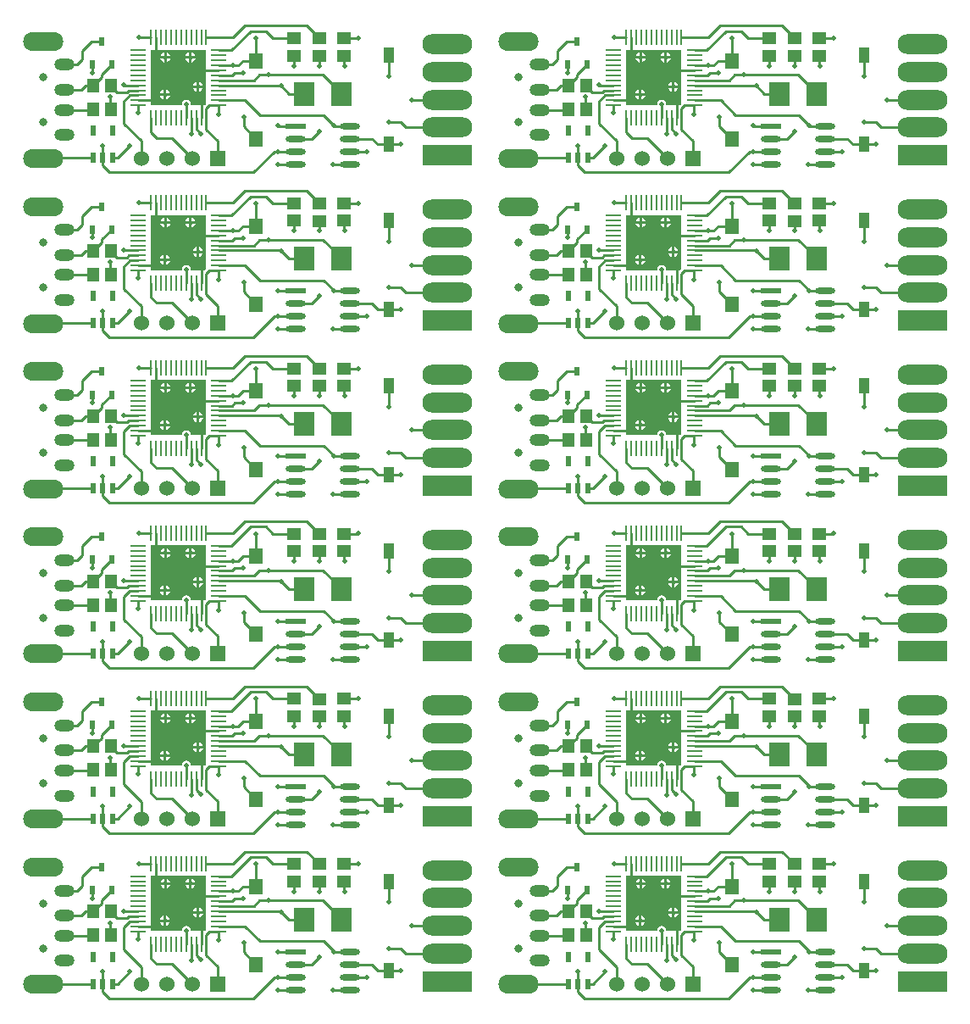
<source format=gtl>
G04 Layer_Physical_Order=1*
G04 Layer_Color=16776960*
%FSLAX25Y25*%
%MOIN*%
G70*
G01*
G75*
%ADD10O,0.19685X0.07874*%
%ADD11R,0.19685X0.07874*%
%ADD12R,0.07874X0.02362*%
%ADD13O,0.07874X0.02362*%
%ADD14R,0.07874X0.09449*%
%ADD15O,0.06102X0.00984*%
%ADD16O,0.00984X0.06102*%
%ADD17R,0.01968X0.03937*%
%ADD18R,0.04331X0.05905*%
%ADD19R,0.05512X0.05905*%
%ADD20R,0.02362X0.03543*%
%ADD21R,0.04528X0.05315*%
%ADD22R,0.05315X0.04528*%
%ADD23C,0.00984*%
%ADD24C,0.06000*%
%ADD25R,0.06000X0.06000*%
%ADD26O,0.07874X0.04724*%
%ADD27O,0.07874X0.04724*%
%ADD28O,0.15748X0.07480*%
%ADD29C,0.03150*%
%ADD30C,0.01968*%
G36*
X263779Y354680D02*
X263431Y354331D01*
X257848D01*
X257751Y354449D01*
X257614Y355140D01*
X257222Y355726D01*
X256636Y356118D01*
X255945Y356255D01*
X255254Y356118D01*
X254668Y355726D01*
X254276Y355140D01*
X254138Y354449D01*
X254042Y354331D01*
X242126D01*
Y375984D01*
X263779D01*
Y354680D01*
D02*
G37*
G36*
X76772D02*
X76423Y354331D01*
X70840D01*
X70743Y354449D01*
X70606Y355140D01*
X70214Y355726D01*
X69628Y356118D01*
X68937Y356255D01*
X68246Y356118D01*
X67660Y355726D01*
X67268Y355140D01*
X67131Y354449D01*
X67034Y354331D01*
X55118D01*
Y375984D01*
X76772D01*
Y354680D01*
D02*
G37*
G36*
X263779Y289719D02*
X263431Y289370D01*
X257848D01*
X257751Y289488D01*
X257614Y290179D01*
X257222Y290766D01*
X256636Y291157D01*
X255945Y291295D01*
X255254Y291157D01*
X254668Y290766D01*
X254276Y290179D01*
X254138Y289488D01*
X254042Y289370D01*
X242126D01*
Y311024D01*
X263779D01*
Y289719D01*
D02*
G37*
G36*
X76772D02*
X76423Y289370D01*
X70840D01*
X70743Y289488D01*
X70606Y290179D01*
X70214Y290766D01*
X69628Y291157D01*
X68937Y291295D01*
X68246Y291157D01*
X67660Y290766D01*
X67268Y290179D01*
X67131Y289488D01*
X67034Y289370D01*
X55118D01*
Y311024D01*
X76772D01*
Y289719D01*
D02*
G37*
G36*
X263779Y224758D02*
X263431Y224410D01*
X257848D01*
X257751Y224528D01*
X257614Y225219D01*
X257222Y225805D01*
X256636Y226196D01*
X255945Y226334D01*
X255254Y226196D01*
X254668Y225805D01*
X254276Y225219D01*
X254138Y224528D01*
X254042Y224410D01*
X242126D01*
Y246063D01*
X263779D01*
Y224758D01*
D02*
G37*
G36*
X76772D02*
X76423Y224410D01*
X70840D01*
X70743Y224528D01*
X70606Y225219D01*
X70214Y225805D01*
X69628Y226196D01*
X68937Y226334D01*
X68246Y226196D01*
X67660Y225805D01*
X67268Y225219D01*
X67131Y224528D01*
X67034Y224410D01*
X55118D01*
Y246063D01*
X76772D01*
Y224758D01*
D02*
G37*
G36*
X263779Y159798D02*
X263431Y159449D01*
X257848D01*
X257751Y159567D01*
X257614Y160258D01*
X257222Y160844D01*
X256636Y161236D01*
X255945Y161373D01*
X255254Y161236D01*
X254668Y160844D01*
X254276Y160258D01*
X254138Y159567D01*
X254042Y159449D01*
X242126D01*
Y181102D01*
X263779D01*
Y159798D01*
D02*
G37*
G36*
X76772D02*
X76423Y159449D01*
X70840D01*
X70743Y159567D01*
X70606Y160258D01*
X70214Y160844D01*
X69628Y161236D01*
X68937Y161373D01*
X68246Y161236D01*
X67660Y160844D01*
X67268Y160258D01*
X67131Y159567D01*
X67034Y159449D01*
X55118D01*
Y181102D01*
X76772D01*
Y159798D01*
D02*
G37*
G36*
X263779Y94837D02*
X263431Y94488D01*
X257848D01*
X257751Y94606D01*
X257614Y95298D01*
X257222Y95884D01*
X256636Y96275D01*
X255945Y96413D01*
X255254Y96275D01*
X254668Y95884D01*
X254276Y95298D01*
X254138Y94606D01*
X254042Y94488D01*
X242126D01*
Y116142D01*
X263779D01*
Y94837D01*
D02*
G37*
G36*
X76772D02*
X76423Y94488D01*
X70840D01*
X70743Y94606D01*
X70606Y95298D01*
X70214Y95884D01*
X69628Y96275D01*
X68937Y96413D01*
X68246Y96275D01*
X67660Y95884D01*
X67268Y95298D01*
X67131Y94606D01*
X67034Y94488D01*
X55118D01*
Y116142D01*
X76772D01*
Y94837D01*
D02*
G37*
G36*
X263779Y29876D02*
X263431Y29528D01*
X257848D01*
X257751Y29646D01*
X257614Y30337D01*
X257222Y30923D01*
X256636Y31315D01*
X255945Y31452D01*
X255254Y31315D01*
X254668Y30923D01*
X254276Y30337D01*
X254138Y29646D01*
X254042Y29528D01*
X242126D01*
Y51181D01*
X263779D01*
Y29876D01*
D02*
G37*
G36*
X76772D02*
X76423Y29528D01*
X70840D01*
X70743Y29646D01*
X70606Y30337D01*
X70214Y30923D01*
X69628Y31315D01*
X68937Y31452D01*
X68246Y31315D01*
X67660Y30923D01*
X67268Y30337D01*
X67131Y29646D01*
X67034Y29528D01*
X55118D01*
Y51181D01*
X76772D01*
Y29876D01*
D02*
G37*
%LPC*%
G36*
X258059Y374876D02*
Y373453D01*
X259483D01*
X259428Y373727D01*
X258990Y374383D01*
X258333Y374822D01*
X258059Y374876D01*
D02*
G37*
G36*
X257059D02*
X256785Y374822D01*
X256129Y374383D01*
X255690Y373727D01*
X255635Y373453D01*
X257059D01*
Y374876D01*
D02*
G37*
G36*
X248177D02*
Y373453D01*
X249601D01*
X249546Y373727D01*
X249108Y374383D01*
X248451Y374822D01*
X248177Y374876D01*
D02*
G37*
G36*
X247177D02*
X246903Y374822D01*
X246247Y374383D01*
X245808Y373727D01*
X245754Y373453D01*
X247177D01*
Y374876D01*
D02*
G37*
G36*
X259483Y372453D02*
X258059D01*
Y371029D01*
X258333Y371084D01*
X258990Y371522D01*
X259428Y372179D01*
X259483Y372453D01*
D02*
G37*
G36*
X257059D02*
X255635D01*
X255690Y372179D01*
X256129Y371522D01*
X256785Y371084D01*
X257059Y371029D01*
Y372453D01*
D02*
G37*
G36*
X249601D02*
X248177D01*
Y371029D01*
X248451Y371084D01*
X249108Y371522D01*
X249546Y372179D01*
X249601Y372453D01*
D02*
G37*
G36*
X247177D02*
X245754D01*
X245808Y372179D01*
X246247Y371522D01*
X246903Y371084D01*
X247177Y371029D01*
Y372453D01*
D02*
G37*
G36*
X261051Y363420D02*
Y361996D01*
X262475D01*
X262420Y362270D01*
X261982Y362927D01*
X261325Y363365D01*
X261051Y363420D01*
D02*
G37*
G36*
X260051D02*
X259777Y363365D01*
X259121Y362927D01*
X258682Y362270D01*
X258628Y361996D01*
X260051D01*
Y363420D01*
D02*
G37*
G36*
X262475Y360996D02*
X261051D01*
Y359572D01*
X261325Y359627D01*
X261982Y360066D01*
X262420Y360722D01*
X262475Y360996D01*
D02*
G37*
G36*
X260051D02*
X258628D01*
X258682Y360722D01*
X259121Y360066D01*
X259777Y359627D01*
X260051Y359572D01*
Y360996D01*
D02*
G37*
G36*
X248059Y360231D02*
Y358807D01*
X249483D01*
X249428Y359081D01*
X248990Y359738D01*
X248333Y360176D01*
X248059Y360231D01*
D02*
G37*
G36*
X247059D02*
X246785Y360176D01*
X246129Y359738D01*
X245690Y359081D01*
X245635Y358807D01*
X247059D01*
Y360231D01*
D02*
G37*
G36*
X249483Y357807D02*
X248059D01*
Y356383D01*
X248333Y356438D01*
X248990Y356876D01*
X249428Y357533D01*
X249483Y357807D01*
D02*
G37*
G36*
X247059D02*
X245635D01*
X245690Y357533D01*
X246129Y356876D01*
X246785Y356438D01*
X247059Y356383D01*
Y357807D01*
D02*
G37*
G36*
X71051Y374876D02*
Y373453D01*
X72475D01*
X72420Y373727D01*
X71982Y374383D01*
X71325Y374822D01*
X71051Y374876D01*
D02*
G37*
G36*
X70051D02*
X69777Y374822D01*
X69121Y374383D01*
X68682Y373727D01*
X68628Y373453D01*
X70051D01*
Y374876D01*
D02*
G37*
G36*
X61169D02*
Y373453D01*
X62593D01*
X62538Y373727D01*
X62100Y374383D01*
X61444Y374822D01*
X61169Y374876D01*
D02*
G37*
G36*
X60169D02*
X59895Y374822D01*
X59239Y374383D01*
X58800Y373727D01*
X58746Y373453D01*
X60169D01*
Y374876D01*
D02*
G37*
G36*
X72475Y372453D02*
X71051D01*
Y371029D01*
X71325Y371084D01*
X71982Y371522D01*
X72420Y372179D01*
X72475Y372453D01*
D02*
G37*
G36*
X70051D02*
X68628D01*
X68682Y372179D01*
X69121Y371522D01*
X69777Y371084D01*
X70051Y371029D01*
Y372453D01*
D02*
G37*
G36*
X62593D02*
X61169D01*
Y371029D01*
X61444Y371084D01*
X62100Y371522D01*
X62538Y372179D01*
X62593Y372453D01*
D02*
G37*
G36*
X60169D02*
X58746D01*
X58800Y372179D01*
X59239Y371522D01*
X59895Y371084D01*
X60169Y371029D01*
Y372453D01*
D02*
G37*
G36*
X74043Y363420D02*
Y361996D01*
X75467D01*
X75412Y362270D01*
X74974Y362927D01*
X74318Y363365D01*
X74043Y363420D01*
D02*
G37*
G36*
X73043D02*
X72769Y363365D01*
X72113Y362927D01*
X71674Y362270D01*
X71620Y361996D01*
X73043D01*
Y363420D01*
D02*
G37*
G36*
X75467Y360996D02*
X74043D01*
Y359572D01*
X74318Y359627D01*
X74974Y360066D01*
X75412Y360722D01*
X75467Y360996D01*
D02*
G37*
G36*
X73043D02*
X71620D01*
X71674Y360722D01*
X72113Y360066D01*
X72769Y359627D01*
X73043Y359572D01*
Y360996D01*
D02*
G37*
G36*
X61051Y360231D02*
Y358807D01*
X62475D01*
X62420Y359081D01*
X61982Y359738D01*
X61325Y360176D01*
X61051Y360231D01*
D02*
G37*
G36*
X60051D02*
X59777Y360176D01*
X59121Y359738D01*
X58682Y359081D01*
X58627Y358807D01*
X60051D01*
Y360231D01*
D02*
G37*
G36*
X62475Y357807D02*
X61051D01*
Y356383D01*
X61325Y356438D01*
X61982Y356876D01*
X62420Y357533D01*
X62475Y357807D01*
D02*
G37*
G36*
X60051D02*
X58627D01*
X58682Y357533D01*
X59121Y356876D01*
X59777Y356438D01*
X60051Y356383D01*
Y357807D01*
D02*
G37*
G36*
X258059Y309916D02*
Y308492D01*
X259483D01*
X259428Y308766D01*
X258990Y309423D01*
X258333Y309861D01*
X258059Y309916D01*
D02*
G37*
G36*
X257059D02*
X256785Y309861D01*
X256129Y309423D01*
X255690Y308766D01*
X255635Y308492D01*
X257059D01*
Y309916D01*
D02*
G37*
G36*
X248177D02*
Y308492D01*
X249601D01*
X249546Y308766D01*
X249108Y309423D01*
X248451Y309861D01*
X248177Y309916D01*
D02*
G37*
G36*
X247177D02*
X246903Y309861D01*
X246247Y309423D01*
X245808Y308766D01*
X245754Y308492D01*
X247177D01*
Y309916D01*
D02*
G37*
G36*
X259483Y307492D02*
X258059D01*
Y306068D01*
X258333Y306123D01*
X258990Y306562D01*
X259428Y307218D01*
X259483Y307492D01*
D02*
G37*
G36*
X257059D02*
X255635D01*
X255690Y307218D01*
X256129Y306562D01*
X256785Y306123D01*
X257059Y306068D01*
Y307492D01*
D02*
G37*
G36*
X249601D02*
X248177D01*
Y306068D01*
X248451Y306123D01*
X249108Y306562D01*
X249546Y307218D01*
X249601Y307492D01*
D02*
G37*
G36*
X247177D02*
X245754D01*
X245808Y307218D01*
X246247Y306562D01*
X246903Y306123D01*
X247177Y306068D01*
Y307492D01*
D02*
G37*
G36*
X261051Y298459D02*
Y297035D01*
X262475D01*
X262420Y297310D01*
X261982Y297966D01*
X261325Y298405D01*
X261051Y298459D01*
D02*
G37*
G36*
X260051D02*
X259777Y298405D01*
X259121Y297966D01*
X258682Y297310D01*
X258628Y297035D01*
X260051D01*
Y298459D01*
D02*
G37*
G36*
X262475Y296035D02*
X261051D01*
Y294612D01*
X261325Y294666D01*
X261982Y295105D01*
X262420Y295761D01*
X262475Y296035D01*
D02*
G37*
G36*
X260051D02*
X258628D01*
X258682Y295761D01*
X259121Y295105D01*
X259777Y294666D01*
X260051Y294612D01*
Y296035D01*
D02*
G37*
G36*
X248059Y295270D02*
Y293847D01*
X249483D01*
X249428Y294121D01*
X248990Y294777D01*
X248333Y295216D01*
X248059Y295270D01*
D02*
G37*
G36*
X247059D02*
X246785Y295216D01*
X246129Y294777D01*
X245690Y294121D01*
X245635Y293847D01*
X247059D01*
Y295270D01*
D02*
G37*
G36*
X249483Y292846D02*
X248059D01*
Y291423D01*
X248333Y291477D01*
X248990Y291916D01*
X249428Y292572D01*
X249483Y292846D01*
D02*
G37*
G36*
X247059D02*
X245635D01*
X245690Y292572D01*
X246129Y291916D01*
X246785Y291477D01*
X247059Y291423D01*
Y292846D01*
D02*
G37*
G36*
X71051Y309916D02*
Y308492D01*
X72475D01*
X72420Y308766D01*
X71982Y309423D01*
X71325Y309861D01*
X71051Y309916D01*
D02*
G37*
G36*
X70051D02*
X69777Y309861D01*
X69121Y309423D01*
X68682Y308766D01*
X68628Y308492D01*
X70051D01*
Y309916D01*
D02*
G37*
G36*
X61169D02*
Y308492D01*
X62593D01*
X62538Y308766D01*
X62100Y309423D01*
X61444Y309861D01*
X61169Y309916D01*
D02*
G37*
G36*
X60169D02*
X59895Y309861D01*
X59239Y309423D01*
X58800Y308766D01*
X58746Y308492D01*
X60169D01*
Y309916D01*
D02*
G37*
G36*
X72475Y307492D02*
X71051D01*
Y306068D01*
X71325Y306123D01*
X71982Y306562D01*
X72420Y307218D01*
X72475Y307492D01*
D02*
G37*
G36*
X70051D02*
X68628D01*
X68682Y307218D01*
X69121Y306562D01*
X69777Y306123D01*
X70051Y306068D01*
Y307492D01*
D02*
G37*
G36*
X62593D02*
X61169D01*
Y306068D01*
X61444Y306123D01*
X62100Y306562D01*
X62538Y307218D01*
X62593Y307492D01*
D02*
G37*
G36*
X60169D02*
X58746D01*
X58800Y307218D01*
X59239Y306562D01*
X59895Y306123D01*
X60169Y306068D01*
Y307492D01*
D02*
G37*
G36*
X74043Y298459D02*
Y297035D01*
X75467D01*
X75412Y297310D01*
X74974Y297966D01*
X74318Y298405D01*
X74043Y298459D01*
D02*
G37*
G36*
X73043D02*
X72769Y298405D01*
X72113Y297966D01*
X71674Y297310D01*
X71620Y297035D01*
X73043D01*
Y298459D01*
D02*
G37*
G36*
X75467Y296035D02*
X74043D01*
Y294612D01*
X74318Y294666D01*
X74974Y295105D01*
X75412Y295761D01*
X75467Y296035D01*
D02*
G37*
G36*
X73043D02*
X71620D01*
X71674Y295761D01*
X72113Y295105D01*
X72769Y294666D01*
X73043Y294612D01*
Y296035D01*
D02*
G37*
G36*
X61051Y295270D02*
Y293847D01*
X62475D01*
X62420Y294121D01*
X61982Y294777D01*
X61325Y295216D01*
X61051Y295270D01*
D02*
G37*
G36*
X60051D02*
X59777Y295216D01*
X59121Y294777D01*
X58682Y294121D01*
X58627Y293847D01*
X60051D01*
Y295270D01*
D02*
G37*
G36*
X62475Y292846D02*
X61051D01*
Y291423D01*
X61325Y291477D01*
X61982Y291916D01*
X62420Y292572D01*
X62475Y292846D01*
D02*
G37*
G36*
X60051D02*
X58627D01*
X58682Y292572D01*
X59121Y291916D01*
X59777Y291477D01*
X60051Y291423D01*
Y292846D01*
D02*
G37*
G36*
X258059Y244955D02*
Y243531D01*
X259483D01*
X259428Y243806D01*
X258990Y244462D01*
X258333Y244901D01*
X258059Y244955D01*
D02*
G37*
G36*
X257059D02*
X256785Y244901D01*
X256129Y244462D01*
X255690Y243806D01*
X255635Y243531D01*
X257059D01*
Y244955D01*
D02*
G37*
G36*
X248177D02*
Y243531D01*
X249601D01*
X249546Y243806D01*
X249108Y244462D01*
X248451Y244901D01*
X248177Y244955D01*
D02*
G37*
G36*
X247177D02*
X246903Y244901D01*
X246247Y244462D01*
X245808Y243806D01*
X245754Y243531D01*
X247177D01*
Y244955D01*
D02*
G37*
G36*
X259483Y242531D02*
X258059D01*
Y241108D01*
X258333Y241162D01*
X258990Y241601D01*
X259428Y242257D01*
X259483Y242531D01*
D02*
G37*
G36*
X257059D02*
X255635D01*
X255690Y242257D01*
X256129Y241601D01*
X256785Y241162D01*
X257059Y241108D01*
Y242531D01*
D02*
G37*
G36*
X249601D02*
X248177D01*
Y241108D01*
X248451Y241162D01*
X249108Y241601D01*
X249546Y242257D01*
X249601Y242531D01*
D02*
G37*
G36*
X247177D02*
X245754D01*
X245808Y242257D01*
X246247Y241601D01*
X246903Y241162D01*
X247177Y241108D01*
Y242531D01*
D02*
G37*
G36*
X261051Y233499D02*
Y232075D01*
X262475D01*
X262420Y232349D01*
X261982Y233005D01*
X261325Y233444D01*
X261051Y233499D01*
D02*
G37*
G36*
X260051D02*
X259777Y233444D01*
X259121Y233005D01*
X258682Y232349D01*
X258628Y232075D01*
X260051D01*
Y233499D01*
D02*
G37*
G36*
X262475Y231075D02*
X261051D01*
Y229651D01*
X261325Y229706D01*
X261982Y230144D01*
X262420Y230801D01*
X262475Y231075D01*
D02*
G37*
G36*
X260051D02*
X258628D01*
X258682Y230801D01*
X259121Y230144D01*
X259777Y229706D01*
X260051Y229651D01*
Y231075D01*
D02*
G37*
G36*
X248059Y230310D02*
Y228886D01*
X249483D01*
X249428Y229160D01*
X248990Y229816D01*
X248333Y230255D01*
X248059Y230310D01*
D02*
G37*
G36*
X247059D02*
X246785Y230255D01*
X246129Y229816D01*
X245690Y229160D01*
X245635Y228886D01*
X247059D01*
Y230310D01*
D02*
G37*
G36*
X249483Y227886D02*
X248059D01*
Y226462D01*
X248333Y226517D01*
X248990Y226955D01*
X249428Y227612D01*
X249483Y227886D01*
D02*
G37*
G36*
X247059D02*
X245635D01*
X245690Y227612D01*
X246129Y226955D01*
X246785Y226517D01*
X247059Y226462D01*
Y227886D01*
D02*
G37*
G36*
X71051Y244955D02*
Y243531D01*
X72475D01*
X72420Y243806D01*
X71982Y244462D01*
X71325Y244901D01*
X71051Y244955D01*
D02*
G37*
G36*
X70051D02*
X69777Y244901D01*
X69121Y244462D01*
X68682Y243806D01*
X68628Y243531D01*
X70051D01*
Y244955D01*
D02*
G37*
G36*
X61169D02*
Y243531D01*
X62593D01*
X62538Y243806D01*
X62100Y244462D01*
X61444Y244901D01*
X61169Y244955D01*
D02*
G37*
G36*
X60169D02*
X59895Y244901D01*
X59239Y244462D01*
X58800Y243806D01*
X58746Y243531D01*
X60169D01*
Y244955D01*
D02*
G37*
G36*
X72475Y242531D02*
X71051D01*
Y241108D01*
X71325Y241162D01*
X71982Y241601D01*
X72420Y242257D01*
X72475Y242531D01*
D02*
G37*
G36*
X70051D02*
X68628D01*
X68682Y242257D01*
X69121Y241601D01*
X69777Y241162D01*
X70051Y241108D01*
Y242531D01*
D02*
G37*
G36*
X62593D02*
X61169D01*
Y241108D01*
X61444Y241162D01*
X62100Y241601D01*
X62538Y242257D01*
X62593Y242531D01*
D02*
G37*
G36*
X60169D02*
X58746D01*
X58800Y242257D01*
X59239Y241601D01*
X59895Y241162D01*
X60169Y241108D01*
Y242531D01*
D02*
G37*
G36*
X74043Y233499D02*
Y232075D01*
X75467D01*
X75412Y232349D01*
X74974Y233005D01*
X74318Y233444D01*
X74043Y233499D01*
D02*
G37*
G36*
X73043D02*
X72769Y233444D01*
X72113Y233005D01*
X71674Y232349D01*
X71620Y232075D01*
X73043D01*
Y233499D01*
D02*
G37*
G36*
X75467Y231075D02*
X74043D01*
Y229651D01*
X74318Y229706D01*
X74974Y230144D01*
X75412Y230801D01*
X75467Y231075D01*
D02*
G37*
G36*
X73043D02*
X71620D01*
X71674Y230801D01*
X72113Y230144D01*
X72769Y229706D01*
X73043Y229651D01*
Y231075D01*
D02*
G37*
G36*
X61051Y230310D02*
Y228886D01*
X62475D01*
X62420Y229160D01*
X61982Y229816D01*
X61325Y230255D01*
X61051Y230310D01*
D02*
G37*
G36*
X60051D02*
X59777Y230255D01*
X59121Y229816D01*
X58682Y229160D01*
X58627Y228886D01*
X60051D01*
Y230310D01*
D02*
G37*
G36*
X62475Y227886D02*
X61051D01*
Y226462D01*
X61325Y226517D01*
X61982Y226955D01*
X62420Y227612D01*
X62475Y227886D01*
D02*
G37*
G36*
X60051D02*
X58627D01*
X58682Y227612D01*
X59121Y226955D01*
X59777Y226517D01*
X60051Y226462D01*
Y227886D01*
D02*
G37*
G36*
X258059Y179994D02*
Y178571D01*
X259483D01*
X259428Y178845D01*
X258990Y179501D01*
X258333Y179940D01*
X258059Y179994D01*
D02*
G37*
G36*
X257059D02*
X256785Y179940D01*
X256129Y179501D01*
X255690Y178845D01*
X255635Y178571D01*
X257059D01*
Y179994D01*
D02*
G37*
G36*
X248177D02*
Y178571D01*
X249601D01*
X249546Y178845D01*
X249108Y179501D01*
X248451Y179940D01*
X248177Y179994D01*
D02*
G37*
G36*
X247177D02*
X246903Y179940D01*
X246247Y179501D01*
X245808Y178845D01*
X245754Y178571D01*
X247177D01*
Y179994D01*
D02*
G37*
G36*
X259483Y177571D02*
X258059D01*
Y176147D01*
X258333Y176202D01*
X258990Y176640D01*
X259428Y177297D01*
X259483Y177571D01*
D02*
G37*
G36*
X257059D02*
X255635D01*
X255690Y177297D01*
X256129Y176640D01*
X256785Y176202D01*
X257059Y176147D01*
Y177571D01*
D02*
G37*
G36*
X249601D02*
X248177D01*
Y176147D01*
X248451Y176202D01*
X249108Y176640D01*
X249546Y177297D01*
X249601Y177571D01*
D02*
G37*
G36*
X247177D02*
X245754D01*
X245808Y177297D01*
X246247Y176640D01*
X246903Y176202D01*
X247177Y176147D01*
Y177571D01*
D02*
G37*
G36*
X261051Y168538D02*
Y167114D01*
X262475D01*
X262420Y167388D01*
X261982Y168045D01*
X261325Y168483D01*
X261051Y168538D01*
D02*
G37*
G36*
X260051D02*
X259777Y168483D01*
X259121Y168045D01*
X258682Y167388D01*
X258628Y167114D01*
X260051D01*
Y168538D01*
D02*
G37*
G36*
X262475Y166114D02*
X261051D01*
Y164690D01*
X261325Y164745D01*
X261982Y165184D01*
X262420Y165840D01*
X262475Y166114D01*
D02*
G37*
G36*
X260051D02*
X258628D01*
X258682Y165840D01*
X259121Y165184D01*
X259777Y164745D01*
X260051Y164690D01*
Y166114D01*
D02*
G37*
G36*
X248059Y165349D02*
Y163925D01*
X249483D01*
X249428Y164199D01*
X248990Y164856D01*
X248333Y165294D01*
X248059Y165349D01*
D02*
G37*
G36*
X247059D02*
X246785Y165294D01*
X246129Y164856D01*
X245690Y164199D01*
X245635Y163925D01*
X247059D01*
Y165349D01*
D02*
G37*
G36*
X249483Y162925D02*
X248059D01*
Y161502D01*
X248333Y161556D01*
X248990Y161995D01*
X249428Y162651D01*
X249483Y162925D01*
D02*
G37*
G36*
X247059D02*
X245635D01*
X245690Y162651D01*
X246129Y161995D01*
X246785Y161556D01*
X247059Y161502D01*
Y162925D01*
D02*
G37*
G36*
X71051Y179994D02*
Y178571D01*
X72475D01*
X72420Y178845D01*
X71982Y179501D01*
X71325Y179940D01*
X71051Y179994D01*
D02*
G37*
G36*
X70051D02*
X69777Y179940D01*
X69121Y179501D01*
X68682Y178845D01*
X68628Y178571D01*
X70051D01*
Y179994D01*
D02*
G37*
G36*
X61169D02*
Y178571D01*
X62593D01*
X62538Y178845D01*
X62100Y179501D01*
X61444Y179940D01*
X61169Y179994D01*
D02*
G37*
G36*
X60169D02*
X59895Y179940D01*
X59239Y179501D01*
X58800Y178845D01*
X58746Y178571D01*
X60169D01*
Y179994D01*
D02*
G37*
G36*
X72475Y177571D02*
X71051D01*
Y176147D01*
X71325Y176202D01*
X71982Y176640D01*
X72420Y177297D01*
X72475Y177571D01*
D02*
G37*
G36*
X70051D02*
X68628D01*
X68682Y177297D01*
X69121Y176640D01*
X69777Y176202D01*
X70051Y176147D01*
Y177571D01*
D02*
G37*
G36*
X62593D02*
X61169D01*
Y176147D01*
X61444Y176202D01*
X62100Y176640D01*
X62538Y177297D01*
X62593Y177571D01*
D02*
G37*
G36*
X60169D02*
X58746D01*
X58800Y177297D01*
X59239Y176640D01*
X59895Y176202D01*
X60169Y176147D01*
Y177571D01*
D02*
G37*
G36*
X74043Y168538D02*
Y167114D01*
X75467D01*
X75412Y167388D01*
X74974Y168045D01*
X74318Y168483D01*
X74043Y168538D01*
D02*
G37*
G36*
X73043D02*
X72769Y168483D01*
X72113Y168045D01*
X71674Y167388D01*
X71620Y167114D01*
X73043D01*
Y168538D01*
D02*
G37*
G36*
X75467Y166114D02*
X74043D01*
Y164690D01*
X74318Y164745D01*
X74974Y165184D01*
X75412Y165840D01*
X75467Y166114D01*
D02*
G37*
G36*
X73043D02*
X71620D01*
X71674Y165840D01*
X72113Y165184D01*
X72769Y164745D01*
X73043Y164690D01*
Y166114D01*
D02*
G37*
G36*
X61051Y165349D02*
Y163925D01*
X62475D01*
X62420Y164199D01*
X61982Y164856D01*
X61325Y165294D01*
X61051Y165349D01*
D02*
G37*
G36*
X60051D02*
X59777Y165294D01*
X59121Y164856D01*
X58682Y164199D01*
X58627Y163925D01*
X60051D01*
Y165349D01*
D02*
G37*
G36*
X62475Y162925D02*
X61051D01*
Y161502D01*
X61325Y161556D01*
X61982Y161995D01*
X62420Y162651D01*
X62475Y162925D01*
D02*
G37*
G36*
X60051D02*
X58627D01*
X58682Y162651D01*
X59121Y161995D01*
X59777Y161556D01*
X60051Y161502D01*
Y162925D01*
D02*
G37*
G36*
X258059Y115034D02*
Y113610D01*
X259483D01*
X259428Y113884D01*
X258990Y114541D01*
X258333Y114979D01*
X258059Y115034D01*
D02*
G37*
G36*
X257059D02*
X256785Y114979D01*
X256129Y114541D01*
X255690Y113884D01*
X255635Y113610D01*
X257059D01*
Y115034D01*
D02*
G37*
G36*
X248177D02*
Y113610D01*
X249601D01*
X249546Y113884D01*
X249108Y114541D01*
X248451Y114979D01*
X248177Y115034D01*
D02*
G37*
G36*
X247177D02*
X246903Y114979D01*
X246247Y114541D01*
X245808Y113884D01*
X245754Y113610D01*
X247177D01*
Y115034D01*
D02*
G37*
G36*
X259483Y112610D02*
X258059D01*
Y111187D01*
X258333Y111241D01*
X258990Y111680D01*
X259428Y112336D01*
X259483Y112610D01*
D02*
G37*
G36*
X257059D02*
X255635D01*
X255690Y112336D01*
X256129Y111680D01*
X256785Y111241D01*
X257059Y111187D01*
Y112610D01*
D02*
G37*
G36*
X249601D02*
X248177D01*
Y111187D01*
X248451Y111241D01*
X249108Y111680D01*
X249546Y112336D01*
X249601Y112610D01*
D02*
G37*
G36*
X247177D02*
X245754D01*
X245808Y112336D01*
X246247Y111680D01*
X246903Y111241D01*
X247177Y111187D01*
Y112610D01*
D02*
G37*
G36*
X261051Y103577D02*
Y102154D01*
X262475D01*
X262420Y102428D01*
X261982Y103084D01*
X261325Y103523D01*
X261051Y103577D01*
D02*
G37*
G36*
X260051D02*
X259777Y103523D01*
X259121Y103084D01*
X258682Y102428D01*
X258628Y102154D01*
X260051D01*
Y103577D01*
D02*
G37*
G36*
X262475Y101154D02*
X261051D01*
Y99730D01*
X261325Y99784D01*
X261982Y100223D01*
X262420Y100879D01*
X262475Y101154D01*
D02*
G37*
G36*
X260051D02*
X258628D01*
X258682Y100879D01*
X259121Y100223D01*
X259777Y99784D01*
X260051Y99730D01*
Y101154D01*
D02*
G37*
G36*
X248059Y100388D02*
Y98965D01*
X249483D01*
X249428Y99239D01*
X248990Y99895D01*
X248333Y100334D01*
X248059Y100388D01*
D02*
G37*
G36*
X247059D02*
X246785Y100334D01*
X246129Y99895D01*
X245690Y99239D01*
X245635Y98965D01*
X247059D01*
Y100388D01*
D02*
G37*
G36*
X249483Y97965D02*
X248059D01*
Y96541D01*
X248333Y96596D01*
X248990Y97034D01*
X249428Y97690D01*
X249483Y97965D01*
D02*
G37*
G36*
X247059D02*
X245635D01*
X245690Y97690D01*
X246129Y97034D01*
X246785Y96596D01*
X247059Y96541D01*
Y97965D01*
D02*
G37*
G36*
X71051Y115034D02*
Y113610D01*
X72475D01*
X72420Y113884D01*
X71982Y114541D01*
X71325Y114979D01*
X71051Y115034D01*
D02*
G37*
G36*
X70051D02*
X69777Y114979D01*
X69121Y114541D01*
X68682Y113884D01*
X68628Y113610D01*
X70051D01*
Y115034D01*
D02*
G37*
G36*
X61169D02*
Y113610D01*
X62593D01*
X62538Y113884D01*
X62100Y114541D01*
X61444Y114979D01*
X61169Y115034D01*
D02*
G37*
G36*
X60169D02*
X59895Y114979D01*
X59239Y114541D01*
X58800Y113884D01*
X58746Y113610D01*
X60169D01*
Y115034D01*
D02*
G37*
G36*
X72475Y112610D02*
X71051D01*
Y111187D01*
X71325Y111241D01*
X71982Y111680D01*
X72420Y112336D01*
X72475Y112610D01*
D02*
G37*
G36*
X70051D02*
X68628D01*
X68682Y112336D01*
X69121Y111680D01*
X69777Y111241D01*
X70051Y111187D01*
Y112610D01*
D02*
G37*
G36*
X62593D02*
X61169D01*
Y111187D01*
X61444Y111241D01*
X62100Y111680D01*
X62538Y112336D01*
X62593Y112610D01*
D02*
G37*
G36*
X60169D02*
X58746D01*
X58800Y112336D01*
X59239Y111680D01*
X59895Y111241D01*
X60169Y111187D01*
Y112610D01*
D02*
G37*
G36*
X74043Y103577D02*
Y102154D01*
X75467D01*
X75412Y102428D01*
X74974Y103084D01*
X74318Y103523D01*
X74043Y103577D01*
D02*
G37*
G36*
X73043D02*
X72769Y103523D01*
X72113Y103084D01*
X71674Y102428D01*
X71620Y102154D01*
X73043D01*
Y103577D01*
D02*
G37*
G36*
X75467Y101154D02*
X74043D01*
Y99730D01*
X74318Y99784D01*
X74974Y100223D01*
X75412Y100879D01*
X75467Y101154D01*
D02*
G37*
G36*
X73043D02*
X71620D01*
X71674Y100879D01*
X72113Y100223D01*
X72769Y99784D01*
X73043Y99730D01*
Y101154D01*
D02*
G37*
G36*
X61051Y100388D02*
Y98965D01*
X62475D01*
X62420Y99239D01*
X61982Y99895D01*
X61325Y100334D01*
X61051Y100388D01*
D02*
G37*
G36*
X60051D02*
X59777Y100334D01*
X59121Y99895D01*
X58682Y99239D01*
X58627Y98965D01*
X60051D01*
Y100388D01*
D02*
G37*
G36*
X62475Y97965D02*
X61051D01*
Y96541D01*
X61325Y96596D01*
X61982Y97034D01*
X62420Y97690D01*
X62475Y97965D01*
D02*
G37*
G36*
X60051D02*
X58627D01*
X58682Y97690D01*
X59121Y97034D01*
X59777Y96596D01*
X60051Y96541D01*
Y97965D01*
D02*
G37*
G36*
X258059Y50073D02*
Y48650D01*
X259483D01*
X259428Y48924D01*
X258990Y49580D01*
X258333Y50019D01*
X258059Y50073D01*
D02*
G37*
G36*
X257059D02*
X256785Y50019D01*
X256129Y49580D01*
X255690Y48924D01*
X255635Y48650D01*
X257059D01*
Y50073D01*
D02*
G37*
G36*
X248177D02*
Y48650D01*
X249601D01*
X249546Y48924D01*
X249108Y49580D01*
X248451Y50019D01*
X248177Y50073D01*
D02*
G37*
G36*
X247177D02*
X246903Y50019D01*
X246247Y49580D01*
X245808Y48924D01*
X245754Y48650D01*
X247177D01*
Y50073D01*
D02*
G37*
G36*
X259483Y47650D02*
X258059D01*
Y46226D01*
X258333Y46281D01*
X258990Y46719D01*
X259428Y47375D01*
X259483Y47650D01*
D02*
G37*
G36*
X257059D02*
X255635D01*
X255690Y47375D01*
X256129Y46719D01*
X256785Y46281D01*
X257059Y46226D01*
Y47650D01*
D02*
G37*
G36*
X249601D02*
X248177D01*
Y46226D01*
X248451Y46281D01*
X249108Y46719D01*
X249546Y47375D01*
X249601Y47650D01*
D02*
G37*
G36*
X247177D02*
X245754D01*
X245808Y47375D01*
X246247Y46719D01*
X246903Y46281D01*
X247177Y46226D01*
Y47650D01*
D02*
G37*
G36*
X261051Y38617D02*
Y37193D01*
X262475D01*
X262420Y37467D01*
X261982Y38124D01*
X261325Y38562D01*
X261051Y38617D01*
D02*
G37*
G36*
X260051D02*
X259777Y38562D01*
X259121Y38124D01*
X258682Y37467D01*
X258628Y37193D01*
X260051D01*
Y38617D01*
D02*
G37*
G36*
X262475Y36193D02*
X261051D01*
Y34769D01*
X261325Y34824D01*
X261982Y35262D01*
X262420Y35919D01*
X262475Y36193D01*
D02*
G37*
G36*
X260051D02*
X258628D01*
X258682Y35919D01*
X259121Y35262D01*
X259777Y34824D01*
X260051Y34769D01*
Y36193D01*
D02*
G37*
G36*
X248059Y35428D02*
Y34004D01*
X249483D01*
X249428Y34278D01*
X248990Y34934D01*
X248333Y35373D01*
X248059Y35428D01*
D02*
G37*
G36*
X247059D02*
X246785Y35373D01*
X246129Y34934D01*
X245690Y34278D01*
X245635Y34004D01*
X247059D01*
Y35428D01*
D02*
G37*
G36*
X249483Y33004D02*
X248059D01*
Y31580D01*
X248333Y31635D01*
X248990Y32073D01*
X249428Y32730D01*
X249483Y33004D01*
D02*
G37*
G36*
X247059D02*
X245635D01*
X245690Y32730D01*
X246129Y32073D01*
X246785Y31635D01*
X247059Y31580D01*
Y33004D01*
D02*
G37*
G36*
X71051Y50073D02*
Y48650D01*
X72475D01*
X72420Y48924D01*
X71982Y49580D01*
X71325Y50019D01*
X71051Y50073D01*
D02*
G37*
G36*
X70051D02*
X69777Y50019D01*
X69121Y49580D01*
X68682Y48924D01*
X68628Y48650D01*
X70051D01*
Y50073D01*
D02*
G37*
G36*
X61169D02*
Y48650D01*
X62593D01*
X62538Y48924D01*
X62100Y49580D01*
X61444Y50019D01*
X61169Y50073D01*
D02*
G37*
G36*
X60169D02*
X59895Y50019D01*
X59239Y49580D01*
X58800Y48924D01*
X58746Y48650D01*
X60169D01*
Y50073D01*
D02*
G37*
G36*
X72475Y47650D02*
X71051D01*
Y46226D01*
X71325Y46281D01*
X71982Y46719D01*
X72420Y47375D01*
X72475Y47650D01*
D02*
G37*
G36*
X70051D02*
X68628D01*
X68682Y47375D01*
X69121Y46719D01*
X69777Y46281D01*
X70051Y46226D01*
Y47650D01*
D02*
G37*
G36*
X62593D02*
X61169D01*
Y46226D01*
X61444Y46281D01*
X62100Y46719D01*
X62538Y47375D01*
X62593Y47650D01*
D02*
G37*
G36*
X60169D02*
X58746D01*
X58800Y47375D01*
X59239Y46719D01*
X59895Y46281D01*
X60169Y46226D01*
Y47650D01*
D02*
G37*
G36*
X74043Y38617D02*
Y37193D01*
X75467D01*
X75412Y37467D01*
X74974Y38124D01*
X74318Y38562D01*
X74043Y38617D01*
D02*
G37*
G36*
X73043D02*
X72769Y38562D01*
X72113Y38124D01*
X71674Y37467D01*
X71620Y37193D01*
X73043D01*
Y38617D01*
D02*
G37*
G36*
X75467Y36193D02*
X74043D01*
Y34769D01*
X74318Y34824D01*
X74974Y35262D01*
X75412Y35919D01*
X75467Y36193D01*
D02*
G37*
G36*
X73043D02*
X71620D01*
X71674Y35919D01*
X72113Y35262D01*
X72769Y34824D01*
X73043Y34769D01*
Y36193D01*
D02*
G37*
G36*
X61051Y35428D02*
Y34004D01*
X62475D01*
X62420Y34278D01*
X61982Y34934D01*
X61325Y35373D01*
X61051Y35428D01*
D02*
G37*
G36*
X60051D02*
X59777Y35373D01*
X59121Y34934D01*
X58682Y34278D01*
X58627Y34004D01*
X60051D01*
Y35428D01*
D02*
G37*
G36*
X62475Y33004D02*
X61051D01*
Y31580D01*
X61325Y31635D01*
X61982Y32073D01*
X62420Y32730D01*
X62475Y33004D01*
D02*
G37*
G36*
X60051D02*
X58627D01*
X58682Y32730D01*
X59121Y32073D01*
X59777Y31635D01*
X60051Y31580D01*
Y33004D01*
D02*
G37*
%LPD*%
D10*
X171535Y53307D02*
D03*
Y20591D02*
D03*
Y31496D02*
D03*
Y42402D02*
D03*
X358543Y53307D02*
D03*
Y20591D02*
D03*
Y31496D02*
D03*
Y42402D02*
D03*
X171535Y118268D02*
D03*
Y85551D02*
D03*
Y96457D02*
D03*
Y107362D02*
D03*
X358543Y118268D02*
D03*
Y85551D02*
D03*
Y96457D02*
D03*
Y107362D02*
D03*
X171535Y183228D02*
D03*
Y150512D02*
D03*
Y161417D02*
D03*
Y172323D02*
D03*
X358543Y183228D02*
D03*
Y150512D02*
D03*
Y161417D02*
D03*
Y172323D02*
D03*
X171535Y248189D02*
D03*
Y215472D02*
D03*
Y226378D02*
D03*
Y237283D02*
D03*
X358543Y248189D02*
D03*
Y215472D02*
D03*
Y226378D02*
D03*
Y237283D02*
D03*
X171535Y313150D02*
D03*
Y280433D02*
D03*
Y291339D02*
D03*
Y302244D02*
D03*
X358543Y313150D02*
D03*
Y280433D02*
D03*
Y291339D02*
D03*
Y302244D02*
D03*
X171535Y378110D02*
D03*
Y345394D02*
D03*
Y356299D02*
D03*
Y367205D02*
D03*
X358543Y378110D02*
D03*
Y345394D02*
D03*
Y356299D02*
D03*
Y367205D02*
D03*
D11*
X171535Y9685D02*
D03*
X358543D02*
D03*
X171535Y74646D02*
D03*
X358543D02*
D03*
X171535Y139606D02*
D03*
X358543D02*
D03*
X171535Y204567D02*
D03*
X358543D02*
D03*
X171535Y269528D02*
D03*
X358543D02*
D03*
X171535Y334488D02*
D03*
X358543D02*
D03*
D12*
X112008Y21220D02*
D03*
X299016D02*
D03*
X112008Y86181D02*
D03*
X299016D02*
D03*
X112008Y151142D02*
D03*
X299016D02*
D03*
X112008Y216102D02*
D03*
X299016D02*
D03*
X112008Y281063D02*
D03*
X299016D02*
D03*
X112008Y346024D02*
D03*
X299016D02*
D03*
D13*
X112008Y6221D02*
D03*
Y16220D02*
D03*
Y11220D02*
D03*
X133268Y16220D02*
D03*
Y6221D02*
D03*
Y21220D02*
D03*
Y11220D02*
D03*
X299016Y6221D02*
D03*
Y16220D02*
D03*
Y11220D02*
D03*
X320276Y16220D02*
D03*
Y6221D02*
D03*
Y21220D02*
D03*
Y11220D02*
D03*
X112008Y71181D02*
D03*
Y81181D02*
D03*
Y76181D02*
D03*
X133268Y81181D02*
D03*
Y71181D02*
D03*
Y86181D02*
D03*
Y76181D02*
D03*
X299016Y71181D02*
D03*
Y81181D02*
D03*
Y76181D02*
D03*
X320276Y81181D02*
D03*
Y71181D02*
D03*
Y86181D02*
D03*
Y76181D02*
D03*
X112008Y136142D02*
D03*
Y146142D02*
D03*
Y141142D02*
D03*
X133268Y146142D02*
D03*
Y136142D02*
D03*
Y151142D02*
D03*
Y141142D02*
D03*
X299016Y136142D02*
D03*
Y146142D02*
D03*
Y141142D02*
D03*
X320276Y146142D02*
D03*
Y136142D02*
D03*
Y151142D02*
D03*
Y141142D02*
D03*
X112008Y201102D02*
D03*
Y211102D02*
D03*
Y206102D02*
D03*
X133268Y211102D02*
D03*
Y201102D02*
D03*
Y216102D02*
D03*
Y206102D02*
D03*
X299016Y201102D02*
D03*
Y211102D02*
D03*
Y206102D02*
D03*
X320276Y211102D02*
D03*
Y201102D02*
D03*
Y216102D02*
D03*
Y206102D02*
D03*
X112008Y266063D02*
D03*
Y276063D02*
D03*
Y271063D02*
D03*
X133268Y276063D02*
D03*
Y266063D02*
D03*
Y281063D02*
D03*
Y271063D02*
D03*
X299016Y266063D02*
D03*
Y276063D02*
D03*
Y271063D02*
D03*
X320276Y276063D02*
D03*
Y266063D02*
D03*
Y281063D02*
D03*
Y271063D02*
D03*
X112008Y331024D02*
D03*
Y341024D02*
D03*
Y336024D02*
D03*
X133268Y341024D02*
D03*
Y331024D02*
D03*
Y346024D02*
D03*
Y336024D02*
D03*
X299016Y331024D02*
D03*
Y341024D02*
D03*
Y336024D02*
D03*
X320276Y341024D02*
D03*
Y331024D02*
D03*
Y346024D02*
D03*
Y336024D02*
D03*
D14*
X115354Y33898D02*
D03*
X129921D02*
D03*
X302362D02*
D03*
X316929D02*
D03*
X115354Y98858D02*
D03*
X129921D02*
D03*
X302362D02*
D03*
X316929D02*
D03*
X115354Y163819D02*
D03*
X129921D02*
D03*
X302362D02*
D03*
X316929D02*
D03*
X115354Y228780D02*
D03*
X129921D02*
D03*
X302362D02*
D03*
X316929D02*
D03*
X115354Y293740D02*
D03*
X129921D02*
D03*
X302362D02*
D03*
X316929D02*
D03*
X115354Y358701D02*
D03*
X129921D02*
D03*
X302362D02*
D03*
X316929D02*
D03*
D15*
X81791Y29331D02*
D03*
Y31299D02*
D03*
Y33268D02*
D03*
Y35236D02*
D03*
Y37205D02*
D03*
Y39173D02*
D03*
Y41142D02*
D03*
Y43110D02*
D03*
Y45079D02*
D03*
Y47047D02*
D03*
Y49016D02*
D03*
Y50984D02*
D03*
X50098D02*
D03*
Y49016D02*
D03*
Y47047D02*
D03*
Y45079D02*
D03*
Y43110D02*
D03*
Y41142D02*
D03*
Y39173D02*
D03*
Y37205D02*
D03*
Y35236D02*
D03*
Y33268D02*
D03*
Y31299D02*
D03*
Y29331D02*
D03*
X268799D02*
D03*
Y31299D02*
D03*
Y33268D02*
D03*
Y35236D02*
D03*
Y37205D02*
D03*
Y39173D02*
D03*
Y41142D02*
D03*
Y43110D02*
D03*
Y45079D02*
D03*
Y47047D02*
D03*
Y49016D02*
D03*
Y50984D02*
D03*
X237106D02*
D03*
Y49016D02*
D03*
Y47047D02*
D03*
Y45079D02*
D03*
Y43110D02*
D03*
Y41142D02*
D03*
Y39173D02*
D03*
Y37205D02*
D03*
Y35236D02*
D03*
Y33268D02*
D03*
Y31299D02*
D03*
Y29331D02*
D03*
X81791Y94291D02*
D03*
Y96260D02*
D03*
Y98228D02*
D03*
Y100197D02*
D03*
Y102165D02*
D03*
Y104134D02*
D03*
Y106102D02*
D03*
Y108071D02*
D03*
Y110039D02*
D03*
Y112008D02*
D03*
Y113976D02*
D03*
Y115945D02*
D03*
X50098D02*
D03*
Y113976D02*
D03*
Y112008D02*
D03*
Y110039D02*
D03*
Y108071D02*
D03*
Y106102D02*
D03*
Y104134D02*
D03*
Y102165D02*
D03*
Y100197D02*
D03*
Y98228D02*
D03*
Y96260D02*
D03*
Y94291D02*
D03*
X268799D02*
D03*
Y96260D02*
D03*
Y98228D02*
D03*
Y100197D02*
D03*
Y102165D02*
D03*
Y104134D02*
D03*
Y106102D02*
D03*
Y108071D02*
D03*
Y110039D02*
D03*
Y112008D02*
D03*
Y113976D02*
D03*
Y115945D02*
D03*
X237106D02*
D03*
Y113976D02*
D03*
Y112008D02*
D03*
Y110039D02*
D03*
Y108071D02*
D03*
Y106102D02*
D03*
Y104134D02*
D03*
Y102165D02*
D03*
Y100197D02*
D03*
Y98228D02*
D03*
Y96260D02*
D03*
Y94291D02*
D03*
X81791Y159252D02*
D03*
Y161221D02*
D03*
Y163189D02*
D03*
Y165157D02*
D03*
Y167126D02*
D03*
Y169095D02*
D03*
Y171063D02*
D03*
Y173031D02*
D03*
Y175000D02*
D03*
Y176969D02*
D03*
Y178937D02*
D03*
Y180905D02*
D03*
X50098D02*
D03*
Y178937D02*
D03*
Y176969D02*
D03*
Y175000D02*
D03*
Y173031D02*
D03*
Y171063D02*
D03*
Y169095D02*
D03*
Y167126D02*
D03*
Y165157D02*
D03*
Y163189D02*
D03*
Y161221D02*
D03*
Y159252D02*
D03*
X268799D02*
D03*
Y161221D02*
D03*
Y163189D02*
D03*
Y165157D02*
D03*
Y167126D02*
D03*
Y169095D02*
D03*
Y171063D02*
D03*
Y173031D02*
D03*
Y175000D02*
D03*
Y176969D02*
D03*
Y178937D02*
D03*
Y180905D02*
D03*
X237106D02*
D03*
Y178937D02*
D03*
Y176969D02*
D03*
Y175000D02*
D03*
Y173031D02*
D03*
Y171063D02*
D03*
Y169095D02*
D03*
Y167126D02*
D03*
Y165157D02*
D03*
Y163189D02*
D03*
Y161221D02*
D03*
Y159252D02*
D03*
X81791Y224213D02*
D03*
Y226181D02*
D03*
Y228150D02*
D03*
Y230118D02*
D03*
Y232087D02*
D03*
Y234055D02*
D03*
Y236024D02*
D03*
Y237992D02*
D03*
Y239961D02*
D03*
Y241929D02*
D03*
Y243898D02*
D03*
Y245866D02*
D03*
X50098D02*
D03*
Y243898D02*
D03*
Y241929D02*
D03*
Y239961D02*
D03*
Y237992D02*
D03*
Y236024D02*
D03*
Y234055D02*
D03*
Y232087D02*
D03*
Y230118D02*
D03*
Y228150D02*
D03*
Y226181D02*
D03*
Y224213D02*
D03*
X268799D02*
D03*
Y226181D02*
D03*
Y228150D02*
D03*
Y230118D02*
D03*
Y232087D02*
D03*
Y234055D02*
D03*
Y236024D02*
D03*
Y237992D02*
D03*
Y239961D02*
D03*
Y241929D02*
D03*
Y243898D02*
D03*
Y245866D02*
D03*
X237106D02*
D03*
Y243898D02*
D03*
Y241929D02*
D03*
Y239961D02*
D03*
Y237992D02*
D03*
Y236024D02*
D03*
Y234055D02*
D03*
Y232087D02*
D03*
Y230118D02*
D03*
Y228150D02*
D03*
Y226181D02*
D03*
Y224213D02*
D03*
X81791Y289173D02*
D03*
Y291142D02*
D03*
Y293110D02*
D03*
Y295079D02*
D03*
Y297047D02*
D03*
Y299016D02*
D03*
Y300984D02*
D03*
Y302953D02*
D03*
Y304921D02*
D03*
Y306890D02*
D03*
Y308858D02*
D03*
Y310827D02*
D03*
X50098D02*
D03*
Y308858D02*
D03*
Y306890D02*
D03*
Y304921D02*
D03*
Y302953D02*
D03*
Y300984D02*
D03*
Y299016D02*
D03*
Y297047D02*
D03*
Y295079D02*
D03*
Y293110D02*
D03*
Y291142D02*
D03*
Y289173D02*
D03*
X268799D02*
D03*
Y291142D02*
D03*
Y293110D02*
D03*
Y295079D02*
D03*
Y297047D02*
D03*
Y299016D02*
D03*
Y300984D02*
D03*
Y302953D02*
D03*
Y304921D02*
D03*
Y306890D02*
D03*
Y308858D02*
D03*
Y310827D02*
D03*
X237106D02*
D03*
Y308858D02*
D03*
Y306890D02*
D03*
Y304921D02*
D03*
Y302953D02*
D03*
Y300984D02*
D03*
Y299016D02*
D03*
Y297047D02*
D03*
Y295079D02*
D03*
Y293110D02*
D03*
Y291142D02*
D03*
Y289173D02*
D03*
X81791Y354134D02*
D03*
Y356102D02*
D03*
Y358071D02*
D03*
Y360039D02*
D03*
Y362008D02*
D03*
Y363976D02*
D03*
Y365945D02*
D03*
Y367913D02*
D03*
Y369882D02*
D03*
Y371850D02*
D03*
Y373819D02*
D03*
Y375787D02*
D03*
X50098D02*
D03*
Y373819D02*
D03*
Y371850D02*
D03*
Y369882D02*
D03*
Y367913D02*
D03*
Y365945D02*
D03*
Y363976D02*
D03*
Y362008D02*
D03*
Y360039D02*
D03*
Y358071D02*
D03*
Y356102D02*
D03*
Y354134D02*
D03*
X268799D02*
D03*
Y356102D02*
D03*
Y358071D02*
D03*
Y360039D02*
D03*
Y362008D02*
D03*
Y363976D02*
D03*
Y365945D02*
D03*
Y367913D02*
D03*
Y369882D02*
D03*
Y371850D02*
D03*
Y373819D02*
D03*
Y375787D02*
D03*
X237106D02*
D03*
Y373819D02*
D03*
Y371850D02*
D03*
Y369882D02*
D03*
Y367913D02*
D03*
Y365945D02*
D03*
Y363976D02*
D03*
Y362008D02*
D03*
Y360039D02*
D03*
Y358071D02*
D03*
Y356102D02*
D03*
Y354134D02*
D03*
D16*
X76772Y56004D02*
D03*
X74803D02*
D03*
X72835D02*
D03*
X70866D02*
D03*
X68898D02*
D03*
X66929D02*
D03*
X64961D02*
D03*
X62992D02*
D03*
X61024D02*
D03*
X59055D02*
D03*
X57087D02*
D03*
X55118D02*
D03*
Y24311D02*
D03*
X57087D02*
D03*
X59055D02*
D03*
X61024D02*
D03*
X62992D02*
D03*
X64961D02*
D03*
X66929D02*
D03*
X68898D02*
D03*
X70866D02*
D03*
X72835D02*
D03*
X74803D02*
D03*
X76772D02*
D03*
X263779Y56004D02*
D03*
X261811D02*
D03*
X259842D02*
D03*
X257874D02*
D03*
X255906D02*
D03*
X253937D02*
D03*
X251969D02*
D03*
X250000D02*
D03*
X248031D02*
D03*
X246063D02*
D03*
X244094D02*
D03*
X242126D02*
D03*
Y24311D02*
D03*
X244094D02*
D03*
X246063D02*
D03*
X248031D02*
D03*
X250000D02*
D03*
X251969D02*
D03*
X253937D02*
D03*
X255906D02*
D03*
X257874D02*
D03*
X259842D02*
D03*
X261811D02*
D03*
X263779D02*
D03*
X76772Y120965D02*
D03*
X74803D02*
D03*
X72835D02*
D03*
X70866D02*
D03*
X68898D02*
D03*
X66929D02*
D03*
X64961D02*
D03*
X62992D02*
D03*
X61024D02*
D03*
X59055D02*
D03*
X57087D02*
D03*
X55118D02*
D03*
Y89272D02*
D03*
X57087D02*
D03*
X59055D02*
D03*
X61024D02*
D03*
X62992D02*
D03*
X64961D02*
D03*
X66929D02*
D03*
X68898D02*
D03*
X70866D02*
D03*
X72835D02*
D03*
X74803D02*
D03*
X76772D02*
D03*
X263779Y120965D02*
D03*
X261811D02*
D03*
X259842D02*
D03*
X257874D02*
D03*
X255906D02*
D03*
X253937D02*
D03*
X251969D02*
D03*
X250000D02*
D03*
X248031D02*
D03*
X246063D02*
D03*
X244094D02*
D03*
X242126D02*
D03*
Y89272D02*
D03*
X244094D02*
D03*
X246063D02*
D03*
X248031D02*
D03*
X250000D02*
D03*
X251969D02*
D03*
X253937D02*
D03*
X255906D02*
D03*
X257874D02*
D03*
X259842D02*
D03*
X261811D02*
D03*
X263779D02*
D03*
X76772Y185925D02*
D03*
X74803D02*
D03*
X72835D02*
D03*
X70866D02*
D03*
X68898D02*
D03*
X66929D02*
D03*
X64961D02*
D03*
X62992D02*
D03*
X61024D02*
D03*
X59055D02*
D03*
X57087D02*
D03*
X55118D02*
D03*
Y154232D02*
D03*
X57087D02*
D03*
X59055D02*
D03*
X61024D02*
D03*
X62992D02*
D03*
X64961D02*
D03*
X66929D02*
D03*
X68898D02*
D03*
X70866D02*
D03*
X72835D02*
D03*
X74803D02*
D03*
X76772D02*
D03*
X263779Y185925D02*
D03*
X261811D02*
D03*
X259842D02*
D03*
X257874D02*
D03*
X255906D02*
D03*
X253937D02*
D03*
X251969D02*
D03*
X250000D02*
D03*
X248031D02*
D03*
X246063D02*
D03*
X244094D02*
D03*
X242126D02*
D03*
Y154232D02*
D03*
X244094D02*
D03*
X246063D02*
D03*
X248031D02*
D03*
X250000D02*
D03*
X251969D02*
D03*
X253937D02*
D03*
X255906D02*
D03*
X257874D02*
D03*
X259842D02*
D03*
X261811D02*
D03*
X263779D02*
D03*
X76772Y250886D02*
D03*
X74803D02*
D03*
X72835D02*
D03*
X70866D02*
D03*
X68898D02*
D03*
X66929D02*
D03*
X64961D02*
D03*
X62992D02*
D03*
X61024D02*
D03*
X59055D02*
D03*
X57087D02*
D03*
X55118D02*
D03*
Y219193D02*
D03*
X57087D02*
D03*
X59055D02*
D03*
X61024D02*
D03*
X62992D02*
D03*
X64961D02*
D03*
X66929D02*
D03*
X68898D02*
D03*
X70866D02*
D03*
X72835D02*
D03*
X74803D02*
D03*
X76772D02*
D03*
X263779Y250886D02*
D03*
X261811D02*
D03*
X259842D02*
D03*
X257874D02*
D03*
X255906D02*
D03*
X253937D02*
D03*
X251969D02*
D03*
X250000D02*
D03*
X248031D02*
D03*
X246063D02*
D03*
X244094D02*
D03*
X242126D02*
D03*
Y219193D02*
D03*
X244094D02*
D03*
X246063D02*
D03*
X248031D02*
D03*
X250000D02*
D03*
X251969D02*
D03*
X253937D02*
D03*
X255906D02*
D03*
X257874D02*
D03*
X259842D02*
D03*
X261811D02*
D03*
X263779D02*
D03*
X76772Y315846D02*
D03*
X74803D02*
D03*
X72835D02*
D03*
X70866D02*
D03*
X68898D02*
D03*
X66929D02*
D03*
X64961D02*
D03*
X62992D02*
D03*
X61024D02*
D03*
X59055D02*
D03*
X57087D02*
D03*
X55118D02*
D03*
Y284154D02*
D03*
X57087D02*
D03*
X59055D02*
D03*
X61024D02*
D03*
X62992D02*
D03*
X64961D02*
D03*
X66929D02*
D03*
X68898D02*
D03*
X70866D02*
D03*
X72835D02*
D03*
X74803D02*
D03*
X76772D02*
D03*
X263779Y315846D02*
D03*
X261811D02*
D03*
X259842D02*
D03*
X257874D02*
D03*
X255906D02*
D03*
X253937D02*
D03*
X251969D02*
D03*
X250000D02*
D03*
X248031D02*
D03*
X246063D02*
D03*
X244094D02*
D03*
X242126D02*
D03*
Y284154D02*
D03*
X244094D02*
D03*
X246063D02*
D03*
X248031D02*
D03*
X250000D02*
D03*
X251969D02*
D03*
X253937D02*
D03*
X255906D02*
D03*
X257874D02*
D03*
X259842D02*
D03*
X261811D02*
D03*
X263779D02*
D03*
X76772Y380807D02*
D03*
X74803D02*
D03*
X72835D02*
D03*
X70866D02*
D03*
X68898D02*
D03*
X66929D02*
D03*
X64961D02*
D03*
X62992D02*
D03*
X61024D02*
D03*
X59055D02*
D03*
X57087D02*
D03*
X55118D02*
D03*
Y349114D02*
D03*
X57087D02*
D03*
X59055D02*
D03*
X61024D02*
D03*
X62992D02*
D03*
X64961D02*
D03*
X66929D02*
D03*
X68898D02*
D03*
X70866D02*
D03*
X72835D02*
D03*
X74803D02*
D03*
X76772D02*
D03*
X263779Y380807D02*
D03*
X261811D02*
D03*
X259842D02*
D03*
X257874D02*
D03*
X255906D02*
D03*
X253937D02*
D03*
X251969D02*
D03*
X250000D02*
D03*
X248031D02*
D03*
X246063D02*
D03*
X244094D02*
D03*
X242126D02*
D03*
Y349114D02*
D03*
X244094D02*
D03*
X246063D02*
D03*
X248031D02*
D03*
X250000D02*
D03*
X251969D02*
D03*
X253937D02*
D03*
X255906D02*
D03*
X257874D02*
D03*
X259842D02*
D03*
X261811D02*
D03*
X263779D02*
D03*
D17*
X32342Y19331D02*
D03*
X39823D02*
D03*
Y8701D02*
D03*
X36083D02*
D03*
X32342D02*
D03*
X219350Y19331D02*
D03*
X226831D02*
D03*
Y8701D02*
D03*
X223091D02*
D03*
X219350D02*
D03*
X32342Y84291D02*
D03*
X39823D02*
D03*
Y73661D02*
D03*
X36083D02*
D03*
X32342D02*
D03*
X219350Y84291D02*
D03*
X226831D02*
D03*
Y73661D02*
D03*
X223091D02*
D03*
X219350D02*
D03*
X32342Y149252D02*
D03*
X39823D02*
D03*
Y138622D02*
D03*
X36083D02*
D03*
X32342D02*
D03*
X219350Y149252D02*
D03*
X226831D02*
D03*
Y138622D02*
D03*
X223091D02*
D03*
X219350D02*
D03*
X32342Y214213D02*
D03*
X39823D02*
D03*
Y203583D02*
D03*
X36083D02*
D03*
X32342D02*
D03*
X219350Y214213D02*
D03*
X226831D02*
D03*
Y203583D02*
D03*
X223091D02*
D03*
X219350D02*
D03*
X32342Y279173D02*
D03*
X39823D02*
D03*
Y268543D02*
D03*
X36083D02*
D03*
X32342D02*
D03*
X219350Y279173D02*
D03*
X226831D02*
D03*
Y268543D02*
D03*
X223091D02*
D03*
X219350D02*
D03*
X32342Y344134D02*
D03*
X39823D02*
D03*
Y333504D02*
D03*
X36083D02*
D03*
X32342D02*
D03*
X219350Y344134D02*
D03*
X226831D02*
D03*
Y333504D02*
D03*
X223091D02*
D03*
X219350D02*
D03*
D18*
X148622Y49016D02*
D03*
Y13976D02*
D03*
X335630Y49016D02*
D03*
Y13976D02*
D03*
X148622Y113976D02*
D03*
Y78937D02*
D03*
X335630Y113976D02*
D03*
Y78937D02*
D03*
X148622Y178937D02*
D03*
Y143898D02*
D03*
X335630Y178937D02*
D03*
Y143898D02*
D03*
X148622Y243898D02*
D03*
Y208858D02*
D03*
X335630Y243898D02*
D03*
Y208858D02*
D03*
X148622Y308858D02*
D03*
Y273819D02*
D03*
X335630Y308858D02*
D03*
Y273819D02*
D03*
X148622Y373819D02*
D03*
Y338779D02*
D03*
X335630Y373819D02*
D03*
Y338779D02*
D03*
D19*
X96457Y46850D02*
D03*
Y16142D02*
D03*
X283465Y46850D02*
D03*
Y16142D02*
D03*
X96457Y111811D02*
D03*
Y81102D02*
D03*
X283465Y111811D02*
D03*
Y81102D02*
D03*
X96457Y176772D02*
D03*
Y146063D02*
D03*
X283465Y176772D02*
D03*
Y146063D02*
D03*
X96457Y241732D02*
D03*
Y211024D02*
D03*
X283465Y241732D02*
D03*
Y211024D02*
D03*
X96457Y306693D02*
D03*
Y275984D02*
D03*
X283465Y306693D02*
D03*
Y275984D02*
D03*
X96457Y371654D02*
D03*
Y340945D02*
D03*
X283465Y371654D02*
D03*
Y340945D02*
D03*
D20*
X31998Y45472D02*
D03*
X39478D02*
D03*
X35738Y54527D02*
D03*
X219006Y45472D02*
D03*
X226486D02*
D03*
X222746Y54527D02*
D03*
X31998Y110433D02*
D03*
X39478D02*
D03*
X35738Y119488D02*
D03*
X219006Y110433D02*
D03*
X226486D02*
D03*
X222746Y119488D02*
D03*
X31998Y175394D02*
D03*
X39478D02*
D03*
X35738Y184449D02*
D03*
X219006Y175394D02*
D03*
X226486D02*
D03*
X222746Y184449D02*
D03*
X31998Y240354D02*
D03*
X39478D02*
D03*
X35738Y249409D02*
D03*
X219006Y240354D02*
D03*
X226486D02*
D03*
X222746Y249409D02*
D03*
X31998Y305315D02*
D03*
X39478D02*
D03*
X35738Y314370D02*
D03*
X219006Y305315D02*
D03*
X226486D02*
D03*
X222746Y314370D02*
D03*
X31998Y370276D02*
D03*
X39478D02*
D03*
X35738Y379331D02*
D03*
X219006Y370276D02*
D03*
X226486D02*
D03*
X222746Y379331D02*
D03*
D21*
X39183Y27756D02*
D03*
X32293D02*
D03*
X39183Y37106D02*
D03*
X32293D02*
D03*
X226191Y27756D02*
D03*
X219301D02*
D03*
X226191Y37106D02*
D03*
X219301D02*
D03*
X39183Y92716D02*
D03*
X32293D02*
D03*
X39183Y102067D02*
D03*
X32293D02*
D03*
X226191Y92716D02*
D03*
X219301D02*
D03*
X226191Y102067D02*
D03*
X219301D02*
D03*
X39183Y157677D02*
D03*
X32293D02*
D03*
X39183Y167027D02*
D03*
X32293D02*
D03*
X226191Y157677D02*
D03*
X219301D02*
D03*
X226191Y167027D02*
D03*
X219301D02*
D03*
X39183Y222638D02*
D03*
X32293D02*
D03*
X39183Y231988D02*
D03*
X32293D02*
D03*
X226191Y222638D02*
D03*
X219301D02*
D03*
X226191Y231988D02*
D03*
X219301D02*
D03*
X39183Y287598D02*
D03*
X32293D02*
D03*
X39183Y296949D02*
D03*
X32293D02*
D03*
X226191Y287598D02*
D03*
X219301D02*
D03*
X226191Y296949D02*
D03*
X219301D02*
D03*
X39183Y352559D02*
D03*
X32293D02*
D03*
X39183Y361909D02*
D03*
X32293D02*
D03*
X226191Y352559D02*
D03*
X219301D02*
D03*
X226191Y361909D02*
D03*
X219301D02*
D03*
D22*
X131063Y55768D02*
D03*
Y48878D02*
D03*
X111299Y55768D02*
D03*
Y48878D02*
D03*
X121142Y55728D02*
D03*
Y48839D02*
D03*
X318071Y55768D02*
D03*
Y48878D02*
D03*
X298307Y55768D02*
D03*
Y48878D02*
D03*
X308150Y55728D02*
D03*
Y48839D02*
D03*
X131063Y120728D02*
D03*
Y113839D02*
D03*
X111299Y120728D02*
D03*
Y113839D02*
D03*
X121142Y120689D02*
D03*
Y113799D02*
D03*
X318071Y120728D02*
D03*
Y113839D02*
D03*
X298307Y120728D02*
D03*
Y113839D02*
D03*
X308150Y120689D02*
D03*
Y113799D02*
D03*
X131063Y185689D02*
D03*
Y178799D02*
D03*
X111299Y185689D02*
D03*
Y178799D02*
D03*
X121142Y185650D02*
D03*
Y178760D02*
D03*
X318071Y185689D02*
D03*
Y178799D02*
D03*
X298307Y185689D02*
D03*
Y178799D02*
D03*
X308150Y185650D02*
D03*
Y178760D02*
D03*
X131063Y250650D02*
D03*
Y243760D02*
D03*
X111299Y250650D02*
D03*
Y243760D02*
D03*
X121142Y250610D02*
D03*
Y243721D02*
D03*
X318071Y250650D02*
D03*
Y243760D02*
D03*
X298307Y250650D02*
D03*
Y243760D02*
D03*
X308150Y250610D02*
D03*
Y243721D02*
D03*
X131063Y315610D02*
D03*
Y308720D02*
D03*
X111299Y315610D02*
D03*
Y308720D02*
D03*
X121142Y315571D02*
D03*
Y308681D02*
D03*
X318071Y315610D02*
D03*
Y308720D02*
D03*
X298307Y315610D02*
D03*
Y308720D02*
D03*
X308150Y315571D02*
D03*
Y308681D02*
D03*
X131063Y380571D02*
D03*
Y373681D02*
D03*
X111299Y380571D02*
D03*
Y373681D02*
D03*
X121142Y380532D02*
D03*
Y373642D02*
D03*
X318071Y380571D02*
D03*
Y373681D02*
D03*
X298307Y380571D02*
D03*
Y373681D02*
D03*
X308150Y380532D02*
D03*
Y373642D02*
D03*
D23*
X148622Y22638D02*
X153150D01*
X155197Y20591D02*
X171535D01*
X153150Y22638D02*
X155197Y20591D01*
X169488Y22638D02*
X171535Y20591D01*
X133268Y11220D02*
X139961D01*
X153347Y13976D02*
X153347Y13976D01*
X148622Y13976D02*
X153347D01*
X144291D02*
X148622D01*
X142047Y16220D02*
X144291Y13976D01*
X133268Y16220D02*
X142047D01*
X72835Y19961D02*
Y24311D01*
X95276Y2953D02*
X103543Y11220D01*
X38701Y2953D02*
X95276D01*
X36083Y5571D02*
X38701Y2953D01*
X36083Y5571D02*
Y8701D01*
X105315Y21260D02*
X105354Y21220D01*
X112008D01*
X105079Y6221D02*
X112008D01*
X70866Y18346D02*
Y24311D01*
X74764Y43110D02*
X74803Y43071D01*
X74764Y43110D02*
X81791D01*
X57165D02*
X74764D01*
X57087Y43031D02*
Y56004D01*
Y33425D02*
Y43031D01*
X57165Y43110D01*
X50098Y31299D02*
X54961D01*
X57087Y33425D01*
X63150Y16535D02*
X71142Y8543D01*
X57205Y16535D02*
X63150D01*
X55118Y18622D02*
Y24311D01*
Y18622D02*
X57205Y16535D01*
X39183Y27756D02*
X39341Y27913D01*
X44134Y37284D02*
X44213Y37205D01*
X50098D01*
X38858Y28396D02*
Y32677D01*
Y28396D02*
X39341Y27913D01*
X29193Y37106D02*
X32293D01*
X27520Y35433D02*
X29193Y37106D01*
X20866Y35433D02*
X27520D01*
X31998Y42215D02*
Y45472D01*
X32293Y37106D02*
X35551Y40364D01*
Y41545D01*
X39478Y45472D01*
X20866Y27559D02*
X32096D01*
X32293Y27756D01*
X36102Y8720D02*
Y13425D01*
X36083Y8701D02*
X36102Y8720D01*
X70866Y17913D02*
X71299D01*
X70866Y18346D02*
X71299Y17913D01*
X68898Y24311D02*
Y29606D01*
X68937Y29646D01*
X72835Y19961D02*
X74685Y18110D01*
X76772Y19882D02*
Y24311D01*
Y19882D02*
X81142Y15512D01*
Y8543D02*
Y15512D01*
X76772Y24311D02*
Y28032D01*
X78071Y29331D01*
X81791D01*
X35738Y54528D02*
X35738Y54527D01*
X46181Y35236D02*
X50098D01*
X39183Y37106D02*
X41762Y34528D01*
X45472D01*
X46181Y35236D01*
X44331Y30827D02*
X46772Y33268D01*
X50098D01*
X91504Y24732D02*
X91543D01*
X91504Y21094D02*
Y24732D01*
Y21094D02*
X96457Y16142D01*
X127165Y21220D02*
X133268D01*
X97992Y25433D02*
X122953D01*
X92126Y31299D02*
X97992Y25433D01*
X81791Y31299D02*
X92126D01*
X81791Y41142D02*
X86850D01*
X87874Y42165D01*
X91417D01*
X91220Y46850D02*
X96457D01*
X89449Y45079D02*
X91220Y46850D01*
X131063Y44961D02*
X131142Y44882D01*
X121142Y45118D02*
X121181Y45079D01*
X111299D02*
Y48878D01*
X111260Y45039D02*
X111299Y45079D01*
X121142Y45118D02*
Y48839D01*
X131063Y44961D02*
Y48878D01*
X126535Y6221D02*
X133268D01*
X126890Y21339D02*
X127008Y21220D01*
X127165D01*
X122953Y25433D02*
X127165Y21220D01*
X148583Y40787D02*
Y48189D01*
X148622Y48228D01*
X81772Y25748D02*
Y29311D01*
X81791Y29331D01*
X50098Y26280D02*
Y29331D01*
X50197Y56024D02*
X50217Y56004D01*
X55118D01*
X81791Y45079D02*
X87165D01*
X89449D01*
X44331Y22087D02*
Y30827D01*
Y22087D02*
X51142Y15276D01*
Y8543D02*
Y15276D01*
X74803Y24311D02*
Y31378D01*
X39823Y8701D02*
X41850D01*
X46575Y13425D01*
X96457Y46850D02*
Y55748D01*
Y46850D02*
X96457Y46850D01*
X81791Y50984D02*
X86654D01*
X94134Y58465D01*
X100276D01*
X102972Y55768D01*
X111299D01*
X76772Y56004D02*
X87421D01*
X92008Y60590D01*
X116279D01*
X121142Y55728D01*
X157480Y31496D02*
X171535D01*
X112008Y16220D02*
X118150D01*
X121142Y19213D01*
X121181D01*
X131063Y55768D02*
X136476D01*
X136496Y55787D01*
X20866Y45276D02*
X25905D01*
X27953Y47323D01*
Y50827D01*
X31653Y54528D01*
X35738D01*
X103543Y11220D02*
X112008D01*
X12835Y8701D02*
X32342D01*
X12598Y8465D02*
X12835Y8701D01*
X122756Y41378D02*
X129921Y34213D01*
Y33898D02*
Y34213D01*
X101299Y41378D02*
X122756D01*
X97716D02*
X101299D01*
X95512Y39173D02*
X97716Y41378D01*
X81791Y39173D02*
X95512D01*
X109409Y33898D02*
X115354D01*
X106299Y37008D02*
X109409Y33898D01*
X81791Y37205D02*
X106102D01*
X106299Y37008D01*
X335630Y22638D02*
X340158D01*
X342205Y20591D02*
X358543D01*
X340158Y22638D02*
X342205Y20591D01*
X356496Y22638D02*
X358543Y20591D01*
X320276Y11220D02*
X326969D01*
X340354Y13976D02*
X340354Y13976D01*
X335630Y13976D02*
X340354D01*
X331299D02*
X335630D01*
X329055Y16220D02*
X331299Y13976D01*
X320276Y16220D02*
X329055D01*
X259842Y19961D02*
Y24311D01*
X282283Y2953D02*
X290551Y11220D01*
X225709Y2953D02*
X282283D01*
X223091Y5571D02*
X225709Y2953D01*
X223091Y5571D02*
Y8701D01*
X292323Y21260D02*
X292362Y21220D01*
X299016D01*
X292087Y6221D02*
X299016D01*
X257874Y18346D02*
Y24311D01*
X261772Y43110D02*
X261811Y43071D01*
X261772Y43110D02*
X268799D01*
X244173D02*
X261772D01*
X244094Y43031D02*
Y56004D01*
Y33425D02*
Y43031D01*
X244173Y43110D01*
X237106Y31299D02*
X241968D01*
X244094Y33425D01*
X250157Y16535D02*
X258150Y8543D01*
X244213Y16535D02*
X250157D01*
X242126Y18622D02*
Y24311D01*
Y18622D02*
X244213Y16535D01*
X226191Y27756D02*
X226348Y27913D01*
X231142Y37284D02*
X231221Y37205D01*
X237106D01*
X225866Y28396D02*
Y32677D01*
Y28396D02*
X226348Y27913D01*
X216201Y37106D02*
X219301D01*
X214528Y35433D02*
X216201Y37106D01*
X207874Y35433D02*
X214528D01*
X219006Y42215D02*
Y45472D01*
X219301Y37106D02*
X222559Y40364D01*
Y41545D01*
X226486Y45472D01*
X207874Y27559D02*
X219104D01*
X219301Y27756D01*
X223110Y8720D02*
Y13425D01*
X223091Y8701D02*
X223110Y8720D01*
X257874Y17913D02*
X258307D01*
X257874Y18346D02*
X258307Y17913D01*
X255906Y24311D02*
Y29606D01*
X255945Y29646D01*
X259842Y19961D02*
X261693Y18110D01*
X263779Y19882D02*
Y24311D01*
Y19882D02*
X268150Y15512D01*
Y8543D02*
Y15512D01*
X263779Y24311D02*
Y28032D01*
X265079Y29331D01*
X268799D01*
X222746Y54528D02*
X222746Y54527D01*
X233189Y35236D02*
X237106D01*
X226191Y37106D02*
X228770Y34528D01*
X232480D01*
X233189Y35236D01*
X231339Y30827D02*
X233780Y33268D01*
X237106D01*
X278512Y24732D02*
X278551D01*
X278512Y21094D02*
Y24732D01*
Y21094D02*
X283465Y16142D01*
X314173Y21220D02*
X320276D01*
X285000Y25433D02*
X309961D01*
X279134Y31299D02*
X285000Y25433D01*
X268799Y31299D02*
X279134D01*
X268799Y41142D02*
X273858D01*
X274882Y42165D01*
X278425D01*
X278228Y46850D02*
X283465D01*
X276457Y45079D02*
X278228Y46850D01*
X318071Y44961D02*
X318150Y44882D01*
X308150Y45118D02*
X308189Y45079D01*
X298307D02*
Y48878D01*
X298268Y45039D02*
X298307Y45079D01*
X308150Y45118D02*
Y48839D01*
X318071Y44961D02*
Y48878D01*
X313543Y6221D02*
X320276D01*
X313898Y21339D02*
X314016Y21220D01*
X314173D01*
X309961Y25433D02*
X314173Y21220D01*
X335591Y40787D02*
Y48189D01*
X335630Y48228D01*
X268779Y25748D02*
Y29311D01*
X268799Y29331D01*
X237106Y26280D02*
Y29331D01*
X237205Y56024D02*
X237224Y56004D01*
X242126D01*
X268799Y45079D02*
X274173D01*
X276457D01*
X231339Y22087D02*
Y30827D01*
Y22087D02*
X238150Y15276D01*
Y8543D02*
Y15276D01*
X261811Y24311D02*
Y31378D01*
X226831Y8701D02*
X228858D01*
X233583Y13425D01*
X283465Y46850D02*
Y55748D01*
Y46850D02*
X283465Y46850D01*
X268799Y50984D02*
X273661D01*
X281142Y58465D01*
X287283D01*
X289980Y55768D01*
X298307D01*
X263779Y56004D02*
X274429D01*
X279016Y60590D01*
X303287D01*
X308150Y55728D01*
X344488Y31496D02*
X358543D01*
X299016Y16220D02*
X305157D01*
X308150Y19213D01*
X308189D01*
X318071Y55768D02*
X323484D01*
X323504Y55787D01*
X207874Y45276D02*
X212913D01*
X214961Y47323D01*
Y50827D01*
X218661Y54528D01*
X222746D01*
X290551Y11220D02*
X299016D01*
X199843Y8701D02*
X219350D01*
X199606Y8465D02*
X199843Y8701D01*
X309764Y41378D02*
X316929Y34213D01*
Y33898D02*
Y34213D01*
X288307Y41378D02*
X309764D01*
X284724D02*
X288307D01*
X282520Y39173D02*
X284724Y41378D01*
X268799Y39173D02*
X282520D01*
X296417Y33898D02*
X302362D01*
X293307Y37008D02*
X296417Y33898D01*
X268799Y37205D02*
X293110D01*
X293307Y37008D01*
X148622Y87598D02*
X153150D01*
X155197Y85551D02*
X171535D01*
X153150Y87598D02*
X155197Y85551D01*
X169488Y87598D02*
X171535Y85551D01*
X133268Y76181D02*
X139961D01*
X153347Y78937D02*
X153347Y78937D01*
X148622Y78937D02*
X153347D01*
X144291D02*
X148622D01*
X142047Y81181D02*
X144291Y78937D01*
X133268Y81181D02*
X142047D01*
X72835Y84921D02*
Y89272D01*
X95276Y67913D02*
X103543Y76181D01*
X38701Y67913D02*
X95276D01*
X36083Y70531D02*
X38701Y67913D01*
X36083Y70531D02*
Y73661D01*
X105315Y86221D02*
X105354Y86181D01*
X112008D01*
X105079Y71181D02*
X112008D01*
X70866Y83307D02*
Y89272D01*
X74764Y108071D02*
X74803Y108031D01*
X74764Y108071D02*
X81791D01*
X57165D02*
X74764D01*
X57087Y107992D02*
Y120965D01*
Y98386D02*
Y107992D01*
X57165Y108071D01*
X50098Y96260D02*
X54961D01*
X57087Y98386D01*
X63150Y81496D02*
X71142Y73504D01*
X57205Y81496D02*
X63150D01*
X55118Y83583D02*
Y89272D01*
Y83583D02*
X57205Y81496D01*
X39183Y92716D02*
X39341Y92874D01*
X44134Y102244D02*
X44213Y102165D01*
X50098D01*
X38858Y93356D02*
Y97638D01*
Y93356D02*
X39341Y92874D01*
X29193Y102067D02*
X32293D01*
X27520Y100394D02*
X29193Y102067D01*
X20866Y100394D02*
X27520D01*
X31998Y107175D02*
Y110433D01*
X32293Y102067D02*
X35551Y105325D01*
Y106506D01*
X39478Y110433D01*
X20866Y92520D02*
X32096D01*
X32293Y92716D01*
X36102Y73681D02*
Y78386D01*
X36083Y73661D02*
X36102Y73681D01*
X70866Y82874D02*
X71299D01*
X70866Y83307D02*
X71299Y82874D01*
X68898Y89272D02*
Y94567D01*
X68937Y94606D01*
X72835Y84921D02*
X74685Y83071D01*
X76772Y84842D02*
Y89272D01*
Y84842D02*
X81142Y80472D01*
Y73504D02*
Y80472D01*
X76772Y89272D02*
Y92992D01*
X78071Y94291D01*
X81791D01*
X35738Y119488D02*
X35738Y119488D01*
X46181Y100197D02*
X50098D01*
X39183Y102067D02*
X41762Y99488D01*
X45472D01*
X46181Y100197D01*
X44331Y95787D02*
X46772Y98228D01*
X50098D01*
X91504Y89693D02*
X91543D01*
X91504Y86055D02*
Y89693D01*
Y86055D02*
X96457Y81102D01*
X127165Y86181D02*
X133268D01*
X97992Y90394D02*
X122953D01*
X92126Y96260D02*
X97992Y90394D01*
X81791Y96260D02*
X92126D01*
X81791Y106102D02*
X86850D01*
X87874Y107126D01*
X91417D01*
X91220Y111811D02*
X96457D01*
X89449Y110039D02*
X91220Y111811D01*
X131063Y109921D02*
X131142Y109843D01*
X121142Y110079D02*
X121181Y110039D01*
X111299D02*
Y113839D01*
X111260Y110000D02*
X111299Y110039D01*
X121142Y110079D02*
Y113799D01*
X131063Y109921D02*
Y113839D01*
X126535Y71181D02*
X133268D01*
X126890Y86299D02*
X127008Y86181D01*
X127165D01*
X122953Y90394D02*
X127165Y86181D01*
X148583Y105748D02*
Y113150D01*
X148622Y113189D01*
X81772Y90709D02*
Y94272D01*
X81791Y94291D01*
X50098Y91240D02*
Y94291D01*
X50197Y120984D02*
X50217Y120965D01*
X55118D01*
X81791Y110039D02*
X87165D01*
X89449D01*
X44331Y87047D02*
Y95787D01*
Y87047D02*
X51142Y80236D01*
Y73504D02*
Y80236D01*
X74803Y89272D02*
Y96339D01*
X39823Y73661D02*
X41850D01*
X46575Y78386D01*
X96457Y111811D02*
Y120709D01*
Y111811D02*
X96457Y111811D01*
X81791Y115945D02*
X86654D01*
X94134Y123425D01*
X100276D01*
X102972Y120728D01*
X111299D01*
X76772Y120965D02*
X87421D01*
X92008Y125551D01*
X116279D01*
X121142Y120689D01*
X157480Y96457D02*
X171535D01*
X112008Y81181D02*
X118150D01*
X121142Y84173D01*
X121181D01*
X131063Y120728D02*
X136476D01*
X136496Y120748D01*
X20866Y110236D02*
X25905D01*
X27953Y112284D01*
Y115787D01*
X31653Y119488D01*
X35738D01*
X103543Y76181D02*
X112008D01*
X12835Y73661D02*
X32342D01*
X12598Y73425D02*
X12835Y73661D01*
X122756Y106339D02*
X129921Y99173D01*
Y98858D02*
Y99173D01*
X101299Y106339D02*
X122756D01*
X97716D02*
X101299D01*
X95512Y104134D02*
X97716Y106339D01*
X81791Y104134D02*
X95512D01*
X109409Y98858D02*
X115354D01*
X106299Y101969D02*
X109409Y98858D01*
X81791Y102165D02*
X106102D01*
X106299Y101969D01*
X335630Y87598D02*
X340158D01*
X342205Y85551D02*
X358543D01*
X340158Y87598D02*
X342205Y85551D01*
X356496Y87598D02*
X358543Y85551D01*
X320276Y76181D02*
X326969D01*
X340354Y78937D02*
X340354Y78937D01*
X335630Y78937D02*
X340354D01*
X331299D02*
X335630D01*
X329055Y81181D02*
X331299Y78937D01*
X320276Y81181D02*
X329055D01*
X259842Y84921D02*
Y89272D01*
X282283Y67913D02*
X290551Y76181D01*
X225709Y67913D02*
X282283D01*
X223091Y70531D02*
X225709Y67913D01*
X223091Y70531D02*
Y73661D01*
X292323Y86221D02*
X292362Y86181D01*
X299016D01*
X292087Y71181D02*
X299016D01*
X257874Y83307D02*
Y89272D01*
X261772Y108071D02*
X261811Y108031D01*
X261772Y108071D02*
X268799D01*
X244173D02*
X261772D01*
X244094Y107992D02*
Y120965D01*
Y98386D02*
Y107992D01*
X244173Y108071D01*
X237106Y96260D02*
X241968D01*
X244094Y98386D01*
X250157Y81496D02*
X258150Y73504D01*
X244213Y81496D02*
X250157D01*
X242126Y83583D02*
Y89272D01*
Y83583D02*
X244213Y81496D01*
X226191Y92716D02*
X226348Y92874D01*
X231142Y102244D02*
X231221Y102165D01*
X237106D01*
X225866Y93356D02*
Y97638D01*
Y93356D02*
X226348Y92874D01*
X216201Y102067D02*
X219301D01*
X214528Y100394D02*
X216201Y102067D01*
X207874Y100394D02*
X214528D01*
X219006Y107175D02*
Y110433D01*
X219301Y102067D02*
X222559Y105325D01*
Y106506D01*
X226486Y110433D01*
X207874Y92520D02*
X219104D01*
X219301Y92716D01*
X223110Y73681D02*
Y78386D01*
X223091Y73661D02*
X223110Y73681D01*
X257874Y82874D02*
X258307D01*
X257874Y83307D02*
X258307Y82874D01*
X255906Y89272D02*
Y94567D01*
X255945Y94606D01*
X259842Y84921D02*
X261693Y83071D01*
X263779Y84842D02*
Y89272D01*
Y84842D02*
X268150Y80472D01*
Y73504D02*
Y80472D01*
X263779Y89272D02*
Y92992D01*
X265079Y94291D01*
X268799D01*
X222746Y119488D02*
X222746Y119488D01*
X233189Y100197D02*
X237106D01*
X226191Y102067D02*
X228770Y99488D01*
X232480D01*
X233189Y100197D01*
X231339Y95787D02*
X233780Y98228D01*
X237106D01*
X278512Y89693D02*
X278551D01*
X278512Y86055D02*
Y89693D01*
Y86055D02*
X283465Y81102D01*
X314173Y86181D02*
X320276D01*
X285000Y90394D02*
X309961D01*
X279134Y96260D02*
X285000Y90394D01*
X268799Y96260D02*
X279134D01*
X268799Y106102D02*
X273858D01*
X274882Y107126D01*
X278425D01*
X278228Y111811D02*
X283465D01*
X276457Y110039D02*
X278228Y111811D01*
X318071Y109921D02*
X318150Y109843D01*
X308150Y110079D02*
X308189Y110039D01*
X298307D02*
Y113839D01*
X298268Y110000D02*
X298307Y110039D01*
X308150Y110079D02*
Y113799D01*
X318071Y109921D02*
Y113839D01*
X313543Y71181D02*
X320276D01*
X313898Y86299D02*
X314016Y86181D01*
X314173D01*
X309961Y90394D02*
X314173Y86181D01*
X335591Y105748D02*
Y113150D01*
X335630Y113189D01*
X268779Y90709D02*
Y94272D01*
X268799Y94291D01*
X237106Y91240D02*
Y94291D01*
X237205Y120984D02*
X237224Y120965D01*
X242126D01*
X268799Y110039D02*
X274173D01*
X276457D01*
X231339Y87047D02*
Y95787D01*
Y87047D02*
X238150Y80236D01*
Y73504D02*
Y80236D01*
X261811Y89272D02*
Y96339D01*
X226831Y73661D02*
X228858D01*
X233583Y78386D01*
X283465Y111811D02*
Y120709D01*
Y111811D02*
X283465Y111811D01*
X268799Y115945D02*
X273661D01*
X281142Y123425D01*
X287283D01*
X289980Y120728D01*
X298307D01*
X263779Y120965D02*
X274429D01*
X279016Y125551D01*
X303287D01*
X308150Y120689D01*
X344488Y96457D02*
X358543D01*
X299016Y81181D02*
X305157D01*
X308150Y84173D01*
X308189D01*
X318071Y120728D02*
X323484D01*
X323504Y120748D01*
X207874Y110236D02*
X212913D01*
X214961Y112284D01*
Y115787D01*
X218661Y119488D01*
X222746D01*
X290551Y76181D02*
X299016D01*
X199843Y73661D02*
X219350D01*
X199606Y73425D02*
X199843Y73661D01*
X309764Y106339D02*
X316929Y99173D01*
Y98858D02*
Y99173D01*
X288307Y106339D02*
X309764D01*
X284724D02*
X288307D01*
X282520Y104134D02*
X284724Y106339D01*
X268799Y104134D02*
X282520D01*
X296417Y98858D02*
X302362D01*
X293307Y101969D02*
X296417Y98858D01*
X268799Y102165D02*
X293110D01*
X293307Y101969D01*
X148622Y152559D02*
X153150D01*
X155197Y150512D02*
X171535D01*
X153150Y152559D02*
X155197Y150512D01*
X169488Y152559D02*
X171535Y150512D01*
X133268Y141142D02*
X139961D01*
X153347Y143898D02*
X153347Y143898D01*
X148622Y143898D02*
X153347D01*
X144291D02*
X148622D01*
X142047Y146142D02*
X144291Y143898D01*
X133268Y146142D02*
X142047D01*
X72835Y149882D02*
Y154232D01*
X95276Y132874D02*
X103543Y141142D01*
X38701Y132874D02*
X95276D01*
X36083Y135492D02*
X38701Y132874D01*
X36083Y135492D02*
Y138622D01*
X105315Y151181D02*
X105354Y151142D01*
X112008D01*
X105079Y136142D02*
X112008D01*
X70866Y148268D02*
Y154232D01*
X74764Y173031D02*
X74803Y172992D01*
X74764Y173031D02*
X81791D01*
X57165D02*
X74764D01*
X57087Y172953D02*
Y185925D01*
Y163347D02*
Y172953D01*
X57165Y173031D01*
X50098Y161221D02*
X54961D01*
X57087Y163347D01*
X63150Y146457D02*
X71142Y138465D01*
X57205Y146457D02*
X63150D01*
X55118Y148543D02*
Y154232D01*
Y148543D02*
X57205Y146457D01*
X39183Y157677D02*
X39341Y157835D01*
X44134Y167205D02*
X44213Y167126D01*
X50098D01*
X38858Y158317D02*
Y162598D01*
Y158317D02*
X39341Y157835D01*
X29193Y167027D02*
X32293D01*
X27520Y165354D02*
X29193Y167027D01*
X20866Y165354D02*
X27520D01*
X31998Y172136D02*
Y175394D01*
X32293Y167027D02*
X35551Y170285D01*
Y171467D01*
X39478Y175394D01*
X20866Y157480D02*
X32096D01*
X32293Y157677D01*
X36102Y138642D02*
Y143347D01*
X36083Y138622D02*
X36102Y138642D01*
X70866Y147835D02*
X71299D01*
X70866Y148268D02*
X71299Y147835D01*
X68898Y154232D02*
Y159528D01*
X68937Y159567D01*
X72835Y149882D02*
X74685Y148031D01*
X76772Y149803D02*
Y154232D01*
Y149803D02*
X81142Y145433D01*
Y138465D02*
Y145433D01*
X76772Y154232D02*
Y157953D01*
X78071Y159252D01*
X81791D01*
X35738Y184449D02*
X35738Y184449D01*
X46181Y165157D02*
X50098D01*
X39183Y167027D02*
X41762Y164449D01*
X45472D01*
X46181Y165157D01*
X44331Y160748D02*
X46772Y163189D01*
X50098D01*
X91504Y154654D02*
X91543D01*
X91504Y151016D02*
Y154654D01*
Y151016D02*
X96457Y146063D01*
X127165Y151142D02*
X133268D01*
X97992Y155354D02*
X122953D01*
X92126Y161221D02*
X97992Y155354D01*
X81791Y161221D02*
X92126D01*
X81791Y171063D02*
X86850D01*
X87874Y172087D01*
X91417D01*
X91220Y176772D02*
X96457D01*
X89449Y175000D02*
X91220Y176772D01*
X131063Y174882D02*
X131142Y174803D01*
X121142Y175039D02*
X121181Y175000D01*
X111299D02*
Y178799D01*
X111260Y174961D02*
X111299Y175000D01*
X121142Y175039D02*
Y178760D01*
X131063Y174882D02*
Y178799D01*
X126535Y136142D02*
X133268D01*
X126890Y151260D02*
X127008Y151142D01*
X127165D01*
X122953Y155354D02*
X127165Y151142D01*
X148583Y170709D02*
Y178110D01*
X148622Y178150D01*
X81772Y155669D02*
Y159232D01*
X81791Y159252D01*
X50098Y156201D02*
Y159252D01*
X50197Y185945D02*
X50217Y185925D01*
X55118D01*
X81791Y175000D02*
X87165D01*
X89449D01*
X44331Y152008D02*
Y160748D01*
Y152008D02*
X51142Y145197D01*
Y138465D02*
Y145197D01*
X74803Y154232D02*
Y161299D01*
X39823Y138622D02*
X41850D01*
X46575Y143347D01*
X96457Y176772D02*
Y185669D01*
Y176772D02*
X96457Y176772D01*
X81791Y180905D02*
X86654D01*
X94134Y188386D01*
X100276D01*
X102972Y185689D01*
X111299D01*
X76772Y185925D02*
X87421D01*
X92008Y190512D01*
X116279D01*
X121142Y185650D01*
X157480Y161417D02*
X171535D01*
X112008Y146142D02*
X118150D01*
X121142Y149134D01*
X121181D01*
X131063Y185689D02*
X136476D01*
X136496Y185709D01*
X20866Y175197D02*
X25905D01*
X27953Y177244D01*
Y180748D01*
X31653Y184449D01*
X35738D01*
X103543Y141142D02*
X112008D01*
X12835Y138622D02*
X32342D01*
X12598Y138386D02*
X12835Y138622D01*
X122756Y171299D02*
X129921Y164134D01*
Y163819D02*
Y164134D01*
X101299Y171299D02*
X122756D01*
X97716D02*
X101299D01*
X95512Y169095D02*
X97716Y171299D01*
X81791Y169095D02*
X95512D01*
X109409Y163819D02*
X115354D01*
X106299Y166929D02*
X109409Y163819D01*
X81791Y167126D02*
X106102D01*
X106299Y166929D01*
X335630Y152559D02*
X340158D01*
X342205Y150512D02*
X358543D01*
X340158Y152559D02*
X342205Y150512D01*
X356496Y152559D02*
X358543Y150512D01*
X320276Y141142D02*
X326969D01*
X340354Y143898D02*
X340354Y143898D01*
X335630Y143898D02*
X340354D01*
X331299D02*
X335630D01*
X329055Y146142D02*
X331299Y143898D01*
X320276Y146142D02*
X329055D01*
X259842Y149882D02*
Y154232D01*
X282283Y132874D02*
X290551Y141142D01*
X225709Y132874D02*
X282283D01*
X223091Y135492D02*
X225709Y132874D01*
X223091Y135492D02*
Y138622D01*
X292323Y151181D02*
X292362Y151142D01*
X299016D01*
X292087Y136142D02*
X299016D01*
X257874Y148268D02*
Y154232D01*
X261772Y173031D02*
X261811Y172992D01*
X261772Y173031D02*
X268799D01*
X244173D02*
X261772D01*
X244094Y172953D02*
Y185925D01*
Y163347D02*
Y172953D01*
X244173Y173031D01*
X237106Y161221D02*
X241968D01*
X244094Y163347D01*
X250157Y146457D02*
X258150Y138465D01*
X244213Y146457D02*
X250157D01*
X242126Y148543D02*
Y154232D01*
Y148543D02*
X244213Y146457D01*
X226191Y157677D02*
X226348Y157835D01*
X231142Y167205D02*
X231221Y167126D01*
X237106D01*
X225866Y158317D02*
Y162598D01*
Y158317D02*
X226348Y157835D01*
X216201Y167027D02*
X219301D01*
X214528Y165354D02*
X216201Y167027D01*
X207874Y165354D02*
X214528D01*
X219006Y172136D02*
Y175394D01*
X219301Y167027D02*
X222559Y170285D01*
Y171467D01*
X226486Y175394D01*
X207874Y157480D02*
X219104D01*
X219301Y157677D01*
X223110Y138642D02*
Y143347D01*
X223091Y138622D02*
X223110Y138642D01*
X257874Y147835D02*
X258307D01*
X257874Y148268D02*
X258307Y147835D01*
X255906Y154232D02*
Y159528D01*
X255945Y159567D01*
X259842Y149882D02*
X261693Y148031D01*
X263779Y149803D02*
Y154232D01*
Y149803D02*
X268150Y145433D01*
Y138465D02*
Y145433D01*
X263779Y154232D02*
Y157953D01*
X265079Y159252D01*
X268799D01*
X222746Y184449D02*
X222746Y184449D01*
X233189Y165157D02*
X237106D01*
X226191Y167027D02*
X228770Y164449D01*
X232480D01*
X233189Y165157D01*
X231339Y160748D02*
X233780Y163189D01*
X237106D01*
X278512Y154654D02*
X278551D01*
X278512Y151016D02*
Y154654D01*
Y151016D02*
X283465Y146063D01*
X314173Y151142D02*
X320276D01*
X285000Y155354D02*
X309961D01*
X279134Y161221D02*
X285000Y155354D01*
X268799Y161221D02*
X279134D01*
X268799Y171063D02*
X273858D01*
X274882Y172087D01*
X278425D01*
X278228Y176772D02*
X283465D01*
X276457Y175000D02*
X278228Y176772D01*
X318071Y174882D02*
X318150Y174803D01*
X308150Y175039D02*
X308189Y175000D01*
X298307D02*
Y178799D01*
X298268Y174961D02*
X298307Y175000D01*
X308150Y175039D02*
Y178760D01*
X318071Y174882D02*
Y178799D01*
X313543Y136142D02*
X320276D01*
X313898Y151260D02*
X314016Y151142D01*
X314173D01*
X309961Y155354D02*
X314173Y151142D01*
X335591Y170709D02*
Y178110D01*
X335630Y178150D01*
X268779Y155669D02*
Y159232D01*
X268799Y159252D01*
X237106Y156201D02*
Y159252D01*
X237205Y185945D02*
X237224Y185925D01*
X242126D01*
X268799Y175000D02*
X274173D01*
X276457D01*
X231339Y152008D02*
Y160748D01*
Y152008D02*
X238150Y145197D01*
Y138465D02*
Y145197D01*
X261811Y154232D02*
Y161299D01*
X226831Y138622D02*
X228858D01*
X233583Y143347D01*
X283465Y176772D02*
Y185669D01*
Y176772D02*
X283465Y176772D01*
X268799Y180905D02*
X273661D01*
X281142Y188386D01*
X287283D01*
X289980Y185689D01*
X298307D01*
X263779Y185925D02*
X274429D01*
X279016Y190512D01*
X303287D01*
X308150Y185650D01*
X344488Y161417D02*
X358543D01*
X299016Y146142D02*
X305157D01*
X308150Y149134D01*
X308189D01*
X318071Y185689D02*
X323484D01*
X323504Y185709D01*
X207874Y175197D02*
X212913D01*
X214961Y177244D01*
Y180748D01*
X218661Y184449D01*
X222746D01*
X290551Y141142D02*
X299016D01*
X199843Y138622D02*
X219350D01*
X199606Y138386D02*
X199843Y138622D01*
X309764Y171299D02*
X316929Y164134D01*
Y163819D02*
Y164134D01*
X288307Y171299D02*
X309764D01*
X284724D02*
X288307D01*
X282520Y169095D02*
X284724Y171299D01*
X268799Y169095D02*
X282520D01*
X296417Y163819D02*
X302362D01*
X293307Y166929D02*
X296417Y163819D01*
X268799Y167126D02*
X293110D01*
X293307Y166929D01*
X148622Y217520D02*
X153150D01*
X155197Y215472D02*
X171535D01*
X153150Y217520D02*
X155197Y215472D01*
X169488Y217520D02*
X171535Y215472D01*
X133268Y206102D02*
X139961D01*
X153347Y208858D02*
X153347Y208858D01*
X148622Y208858D02*
X153347D01*
X144291D02*
X148622D01*
X142047Y211102D02*
X144291Y208858D01*
X133268Y211102D02*
X142047D01*
X72835Y214843D02*
Y219193D01*
X95276Y197835D02*
X103543Y206102D01*
X38701Y197835D02*
X95276D01*
X36083Y200453D02*
X38701Y197835D01*
X36083Y200453D02*
Y203583D01*
X105315Y216142D02*
X105354Y216102D01*
X112008D01*
X105079Y201102D02*
X112008D01*
X70866Y213228D02*
Y219193D01*
X74764Y237992D02*
X74803Y237953D01*
X74764Y237992D02*
X81791D01*
X57165D02*
X74764D01*
X57087Y237913D02*
Y250886D01*
Y228307D02*
Y237913D01*
X57165Y237992D01*
X50098Y226181D02*
X54961D01*
X57087Y228307D01*
X63150Y211417D02*
X71142Y203425D01*
X57205Y211417D02*
X63150D01*
X55118Y213504D02*
Y219193D01*
Y213504D02*
X57205Y211417D01*
X39183Y222638D02*
X39341Y222795D01*
X44134Y232165D02*
X44213Y232087D01*
X50098D01*
X38858Y223278D02*
Y227559D01*
Y223278D02*
X39341Y222795D01*
X29193Y231988D02*
X32293D01*
X27520Y230315D02*
X29193Y231988D01*
X20866Y230315D02*
X27520D01*
X31998Y237096D02*
Y240354D01*
X32293Y231988D02*
X35551Y235246D01*
Y236427D01*
X39478Y240354D01*
X20866Y222441D02*
X32096D01*
X32293Y222638D01*
X36102Y203602D02*
Y208307D01*
X36083Y203583D02*
X36102Y203602D01*
X70866Y212795D02*
X71299D01*
X70866Y213228D02*
X71299Y212795D01*
X68898Y219193D02*
Y224488D01*
X68937Y224528D01*
X72835Y214843D02*
X74685Y212992D01*
X76772Y214764D02*
Y219193D01*
Y214764D02*
X81142Y210394D01*
Y203425D02*
Y210394D01*
X76772Y219193D02*
Y222913D01*
X78071Y224213D01*
X81791D01*
X35738Y249410D02*
X35738Y249409D01*
X46181Y230118D02*
X50098D01*
X39183Y231988D02*
X41762Y229410D01*
X45472D01*
X46181Y230118D01*
X44331Y225709D02*
X46772Y228150D01*
X50098D01*
X91504Y219614D02*
X91543D01*
X91504Y215976D02*
Y219614D01*
Y215976D02*
X96457Y211024D01*
X127165Y216102D02*
X133268D01*
X97992Y220315D02*
X122953D01*
X92126Y226181D02*
X97992Y220315D01*
X81791Y226181D02*
X92126D01*
X81791Y236024D02*
X86850D01*
X87874Y237047D01*
X91417D01*
X91220Y241732D02*
X96457D01*
X89449Y239961D02*
X91220Y241732D01*
X131063Y239843D02*
X131142Y239764D01*
X121142Y240000D02*
X121181Y239961D01*
X111299D02*
Y243760D01*
X111260Y239921D02*
X111299Y239961D01*
X121142Y240000D02*
Y243721D01*
X131063Y239843D02*
Y243760D01*
X126535Y201102D02*
X133268D01*
X126890Y216220D02*
X127008Y216102D01*
X127165D01*
X122953Y220315D02*
X127165Y216102D01*
X148583Y235669D02*
Y243071D01*
X148622Y243110D01*
X81772Y220630D02*
Y224193D01*
X81791Y224213D01*
X50098Y221161D02*
Y224213D01*
X50197Y250905D02*
X50217Y250886D01*
X55118D01*
X81791Y239961D02*
X87165D01*
X89449D01*
X44331Y216968D02*
Y225709D01*
Y216968D02*
X51142Y210157D01*
Y203425D02*
Y210157D01*
X74803Y219193D02*
Y226260D01*
X39823Y203583D02*
X41850D01*
X46575Y208307D01*
X96457Y241732D02*
Y250630D01*
Y241732D02*
X96457Y241732D01*
X81791Y245866D02*
X86654D01*
X94134Y253346D01*
X100276D01*
X102972Y250650D01*
X111299D01*
X76772Y250886D02*
X87421D01*
X92008Y255472D01*
X116279D01*
X121142Y250610D01*
X157480Y226378D02*
X171535D01*
X112008Y211102D02*
X118150D01*
X121142Y214094D01*
X121181D01*
X131063Y250650D02*
X136476D01*
X136496Y250669D01*
X20866Y240158D02*
X25905D01*
X27953Y242205D01*
Y245709D01*
X31653Y249410D01*
X35738D01*
X103543Y206102D02*
X112008D01*
X12835Y203583D02*
X32342D01*
X12598Y203346D02*
X12835Y203583D01*
X122756Y236260D02*
X129921Y229095D01*
Y228780D02*
Y229095D01*
X101299Y236260D02*
X122756D01*
X97716D02*
X101299D01*
X95512Y234055D02*
X97716Y236260D01*
X81791Y234055D02*
X95512D01*
X109409Y228780D02*
X115354D01*
X106299Y231890D02*
X109409Y228780D01*
X81791Y232087D02*
X106102D01*
X106299Y231890D01*
X335630Y217520D02*
X340158D01*
X342205Y215472D02*
X358543D01*
X340158Y217520D02*
X342205Y215472D01*
X356496Y217520D02*
X358543Y215472D01*
X320276Y206102D02*
X326969D01*
X340354Y208858D02*
X340354Y208858D01*
X335630Y208858D02*
X340354D01*
X331299D02*
X335630D01*
X329055Y211102D02*
X331299Y208858D01*
X320276Y211102D02*
X329055D01*
X259842Y214843D02*
Y219193D01*
X282283Y197835D02*
X290551Y206102D01*
X225709Y197835D02*
X282283D01*
X223091Y200453D02*
X225709Y197835D01*
X223091Y200453D02*
Y203583D01*
X292323Y216142D02*
X292362Y216102D01*
X299016D01*
X292087Y201102D02*
X299016D01*
X257874Y213228D02*
Y219193D01*
X261772Y237992D02*
X261811Y237953D01*
X261772Y237992D02*
X268799D01*
X244173D02*
X261772D01*
X244094Y237913D02*
Y250886D01*
Y228307D02*
Y237913D01*
X244173Y237992D01*
X237106Y226181D02*
X241968D01*
X244094Y228307D01*
X250157Y211417D02*
X258150Y203425D01*
X244213Y211417D02*
X250157D01*
X242126Y213504D02*
Y219193D01*
Y213504D02*
X244213Y211417D01*
X226191Y222638D02*
X226348Y222795D01*
X231142Y232165D02*
X231221Y232087D01*
X237106D01*
X225866Y223278D02*
Y227559D01*
Y223278D02*
X226348Y222795D01*
X216201Y231988D02*
X219301D01*
X214528Y230315D02*
X216201Y231988D01*
X207874Y230315D02*
X214528D01*
X219006Y237096D02*
Y240354D01*
X219301Y231988D02*
X222559Y235246D01*
Y236427D01*
X226486Y240354D01*
X207874Y222441D02*
X219104D01*
X219301Y222638D01*
X223110Y203602D02*
Y208307D01*
X223091Y203583D02*
X223110Y203602D01*
X257874Y212795D02*
X258307D01*
X257874Y213228D02*
X258307Y212795D01*
X255906Y219193D02*
Y224488D01*
X255945Y224528D01*
X259842Y214843D02*
X261693Y212992D01*
X263779Y214764D02*
Y219193D01*
Y214764D02*
X268150Y210394D01*
Y203425D02*
Y210394D01*
X263779Y219193D02*
Y222913D01*
X265079Y224213D01*
X268799D01*
X222746Y249410D02*
X222746Y249409D01*
X233189Y230118D02*
X237106D01*
X226191Y231988D02*
X228770Y229410D01*
X232480D01*
X233189Y230118D01*
X231339Y225709D02*
X233780Y228150D01*
X237106D01*
X278512Y219614D02*
X278551D01*
X278512Y215976D02*
Y219614D01*
Y215976D02*
X283465Y211024D01*
X314173Y216102D02*
X320276D01*
X285000Y220315D02*
X309961D01*
X279134Y226181D02*
X285000Y220315D01*
X268799Y226181D02*
X279134D01*
X268799Y236024D02*
X273858D01*
X274882Y237047D01*
X278425D01*
X278228Y241732D02*
X283465D01*
X276457Y239961D02*
X278228Y241732D01*
X318071Y239843D02*
X318150Y239764D01*
X308150Y240000D02*
X308189Y239961D01*
X298307D02*
Y243760D01*
X298268Y239921D02*
X298307Y239961D01*
X308150Y240000D02*
Y243721D01*
X318071Y239843D02*
Y243760D01*
X313543Y201102D02*
X320276D01*
X313898Y216220D02*
X314016Y216102D01*
X314173D01*
X309961Y220315D02*
X314173Y216102D01*
X335591Y235669D02*
Y243071D01*
X335630Y243110D01*
X268779Y220630D02*
Y224193D01*
X268799Y224213D01*
X237106Y221161D02*
Y224213D01*
X237205Y250905D02*
X237224Y250886D01*
X242126D01*
X268799Y239961D02*
X274173D01*
X276457D01*
X231339Y216968D02*
Y225709D01*
Y216968D02*
X238150Y210157D01*
Y203425D02*
Y210157D01*
X261811Y219193D02*
Y226260D01*
X226831Y203583D02*
X228858D01*
X233583Y208307D01*
X283465Y241732D02*
Y250630D01*
Y241732D02*
X283465Y241732D01*
X268799Y245866D02*
X273661D01*
X281142Y253346D01*
X287283D01*
X289980Y250650D01*
X298307D01*
X263779Y250886D02*
X274429D01*
X279016Y255472D01*
X303287D01*
X308150Y250610D01*
X344488Y226378D02*
X358543D01*
X299016Y211102D02*
X305157D01*
X308150Y214094D01*
X308189D01*
X318071Y250650D02*
X323484D01*
X323504Y250669D01*
X207874Y240158D02*
X212913D01*
X214961Y242205D01*
Y245709D01*
X218661Y249410D01*
X222746D01*
X290551Y206102D02*
X299016D01*
X199843Y203583D02*
X219350D01*
X199606Y203346D02*
X199843Y203583D01*
X309764Y236260D02*
X316929Y229095D01*
Y228780D02*
Y229095D01*
X288307Y236260D02*
X309764D01*
X284724D02*
X288307D01*
X282520Y234055D02*
X284724Y236260D01*
X268799Y234055D02*
X282520D01*
X296417Y228780D02*
X302362D01*
X293307Y231890D02*
X296417Y228780D01*
X268799Y232087D02*
X293110D01*
X293307Y231890D01*
X148622Y282480D02*
X153150D01*
X155197Y280433D02*
X171535D01*
X153150Y282480D02*
X155197Y280433D01*
X169488Y282480D02*
X171535Y280433D01*
X133268Y271063D02*
X139961D01*
X153347Y273819D02*
X153347Y273819D01*
X148622Y273819D02*
X153347D01*
X144291D02*
X148622D01*
X142047Y276063D02*
X144291Y273819D01*
X133268Y276063D02*
X142047D01*
X72835Y279803D02*
Y284154D01*
X95276Y262795D02*
X103543Y271063D01*
X38701Y262795D02*
X95276D01*
X36083Y265413D02*
X38701Y262795D01*
X36083Y265413D02*
Y268543D01*
X105315Y281102D02*
X105354Y281063D01*
X112008D01*
X105079Y266063D02*
X112008D01*
X70866Y278189D02*
Y284154D01*
X74764Y302953D02*
X74803Y302913D01*
X74764Y302953D02*
X81791D01*
X57165D02*
X74764D01*
X57087Y302874D02*
Y315846D01*
Y293268D02*
Y302874D01*
X57165Y302953D01*
X50098Y291142D02*
X54961D01*
X57087Y293268D01*
X63150Y276378D02*
X71142Y268386D01*
X57205Y276378D02*
X63150D01*
X55118Y278465D02*
Y284154D01*
Y278465D02*
X57205Y276378D01*
X39183Y287598D02*
X39341Y287756D01*
X44134Y297126D02*
X44213Y297047D01*
X50098D01*
X38858Y288238D02*
Y292520D01*
Y288238D02*
X39341Y287756D01*
X29193Y296949D02*
X32293D01*
X27520Y295276D02*
X29193Y296949D01*
X20866Y295276D02*
X27520D01*
X31998Y302057D02*
Y305315D01*
X32293Y296949D02*
X35551Y300207D01*
Y301388D01*
X39478Y305315D01*
X20866Y287402D02*
X32096D01*
X32293Y287598D01*
X36102Y268563D02*
Y273268D01*
X36083Y268543D02*
X36102Y268563D01*
X70866Y277756D02*
X71299D01*
X70866Y278189D02*
X71299Y277756D01*
X68898Y284154D02*
Y289449D01*
X68937Y289488D01*
X72835Y279803D02*
X74685Y277953D01*
X76772Y279724D02*
Y284154D01*
Y279724D02*
X81142Y275354D01*
Y268386D02*
Y275354D01*
X76772Y284154D02*
Y287874D01*
X78071Y289173D01*
X81791D01*
X35738Y314370D02*
X35738Y314370D01*
X46181Y295079D02*
X50098D01*
X39183Y296949D02*
X41762Y294370D01*
X45472D01*
X46181Y295079D01*
X44331Y290669D02*
X46772Y293110D01*
X50098D01*
X91504Y284575D02*
X91543D01*
X91504Y280937D02*
Y284575D01*
Y280937D02*
X96457Y275984D01*
X127165Y281063D02*
X133268D01*
X97992Y285276D02*
X122953D01*
X92126Y291142D02*
X97992Y285276D01*
X81791Y291142D02*
X92126D01*
X81791Y300984D02*
X86850D01*
X87874Y302008D01*
X91417D01*
X91220Y306693D02*
X96457D01*
X89449Y304921D02*
X91220Y306693D01*
X131063Y304803D02*
X131142Y304724D01*
X121142Y304961D02*
X121181Y304921D01*
X111299D02*
Y308720D01*
X111260Y304882D02*
X111299Y304921D01*
X121142Y304961D02*
Y308681D01*
X131063Y304803D02*
Y308720D01*
X126535Y266063D02*
X133268D01*
X126890Y281181D02*
X127008Y281063D01*
X127165D01*
X122953Y285276D02*
X127165Y281063D01*
X148583Y300630D02*
Y308032D01*
X148622Y308071D01*
X81772Y285591D02*
Y289154D01*
X81791Y289173D01*
X50098Y286122D02*
Y289173D01*
X50197Y315866D02*
X50217Y315846D01*
X55118D01*
X81791Y304921D02*
X87165D01*
X89449D01*
X44331Y281929D02*
Y290669D01*
Y281929D02*
X51142Y275118D01*
Y268386D02*
Y275118D01*
X74803Y284154D02*
Y291220D01*
X39823Y268543D02*
X41850D01*
X46575Y273268D01*
X96457Y306693D02*
Y315591D01*
Y306693D02*
X96457Y306693D01*
X81791Y310827D02*
X86654D01*
X94134Y318307D01*
X100276D01*
X102972Y315610D01*
X111299D01*
X76772Y315846D02*
X87421D01*
X92008Y320433D01*
X116279D01*
X121142Y315571D01*
X157480Y291339D02*
X171535D01*
X112008Y276063D02*
X118150D01*
X121142Y279055D01*
X121181D01*
X131063Y315610D02*
X136476D01*
X136496Y315630D01*
X20866Y305118D02*
X25905D01*
X27953Y307165D01*
Y310669D01*
X31653Y314370D01*
X35738D01*
X103543Y271063D02*
X112008D01*
X12835Y268543D02*
X32342D01*
X12598Y268307D02*
X12835Y268543D01*
X122756Y301220D02*
X129921Y294055D01*
Y293740D02*
Y294055D01*
X101299Y301220D02*
X122756D01*
X97716D02*
X101299D01*
X95512Y299016D02*
X97716Y301220D01*
X81791Y299016D02*
X95512D01*
X109409Y293740D02*
X115354D01*
X106299Y296850D02*
X109409Y293740D01*
X81791Y297047D02*
X106102D01*
X106299Y296850D01*
X335630Y282480D02*
X340158D01*
X342205Y280433D02*
X358543D01*
X340158Y282480D02*
X342205Y280433D01*
X356496Y282480D02*
X358543Y280433D01*
X320276Y271063D02*
X326969D01*
X340354Y273819D02*
X340354Y273819D01*
X335630Y273819D02*
X340354D01*
X331299D02*
X335630D01*
X329055Y276063D02*
X331299Y273819D01*
X320276Y276063D02*
X329055D01*
X259842Y279803D02*
Y284154D01*
X282283Y262795D02*
X290551Y271063D01*
X225709Y262795D02*
X282283D01*
X223091Y265413D02*
X225709Y262795D01*
X223091Y265413D02*
Y268543D01*
X292323Y281102D02*
X292362Y281063D01*
X299016D01*
X292087Y266063D02*
X299016D01*
X257874Y278189D02*
Y284154D01*
X261772Y302953D02*
X261811Y302913D01*
X261772Y302953D02*
X268799D01*
X244173D02*
X261772D01*
X244094Y302874D02*
Y315846D01*
Y293268D02*
Y302874D01*
X244173Y302953D01*
X237106Y291142D02*
X241968D01*
X244094Y293268D01*
X250157Y276378D02*
X258150Y268386D01*
X244213Y276378D02*
X250157D01*
X242126Y278465D02*
Y284154D01*
Y278465D02*
X244213Y276378D01*
X226191Y287598D02*
X226348Y287756D01*
X231142Y297126D02*
X231221Y297047D01*
X237106D01*
X225866Y288238D02*
Y292520D01*
Y288238D02*
X226348Y287756D01*
X216201Y296949D02*
X219301D01*
X214528Y295276D02*
X216201Y296949D01*
X207874Y295276D02*
X214528D01*
X219006Y302057D02*
Y305315D01*
X219301Y296949D02*
X222559Y300207D01*
Y301388D01*
X226486Y305315D01*
X207874Y287402D02*
X219104D01*
X219301Y287598D01*
X223110Y268563D02*
Y273268D01*
X223091Y268543D02*
X223110Y268563D01*
X257874Y277756D02*
X258307D01*
X257874Y278189D02*
X258307Y277756D01*
X255906Y284154D02*
Y289449D01*
X255945Y289488D01*
X259842Y279803D02*
X261693Y277953D01*
X263779Y279724D02*
Y284154D01*
Y279724D02*
X268150Y275354D01*
Y268386D02*
Y275354D01*
X263779Y284154D02*
Y287874D01*
X265079Y289173D01*
X268799D01*
X222746Y314370D02*
X222746Y314370D01*
X233189Y295079D02*
X237106D01*
X226191Y296949D02*
X228770Y294370D01*
X232480D01*
X233189Y295079D01*
X231339Y290669D02*
X233780Y293110D01*
X237106D01*
X278512Y284575D02*
X278551D01*
X278512Y280937D02*
Y284575D01*
Y280937D02*
X283465Y275984D01*
X314173Y281063D02*
X320276D01*
X285000Y285276D02*
X309961D01*
X279134Y291142D02*
X285000Y285276D01*
X268799Y291142D02*
X279134D01*
X268799Y300984D02*
X273858D01*
X274882Y302008D01*
X278425D01*
X278228Y306693D02*
X283465D01*
X276457Y304921D02*
X278228Y306693D01*
X318071Y304803D02*
X318150Y304724D01*
X308150Y304961D02*
X308189Y304921D01*
X298307D02*
Y308720D01*
X298268Y304882D02*
X298307Y304921D01*
X308150Y304961D02*
Y308681D01*
X318071Y304803D02*
Y308720D01*
X313543Y266063D02*
X320276D01*
X313898Y281181D02*
X314016Y281063D01*
X314173D01*
X309961Y285276D02*
X314173Y281063D01*
X335591Y300630D02*
Y308032D01*
X335630Y308071D01*
X268779Y285591D02*
Y289154D01*
X268799Y289173D01*
X237106Y286122D02*
Y289173D01*
X237205Y315866D02*
X237224Y315846D01*
X242126D01*
X268799Y304921D02*
X274173D01*
X276457D01*
X231339Y281929D02*
Y290669D01*
Y281929D02*
X238150Y275118D01*
Y268386D02*
Y275118D01*
X261811Y284154D02*
Y291220D01*
X226831Y268543D02*
X228858D01*
X233583Y273268D01*
X283465Y306693D02*
Y315591D01*
Y306693D02*
X283465Y306693D01*
X268799Y310827D02*
X273661D01*
X281142Y318307D01*
X287283D01*
X289980Y315610D01*
X298307D01*
X263779Y315846D02*
X274429D01*
X279016Y320433D01*
X303287D01*
X308150Y315571D01*
X344488Y291339D02*
X358543D01*
X299016Y276063D02*
X305157D01*
X308150Y279055D01*
X308189D01*
X318071Y315610D02*
X323484D01*
X323504Y315630D01*
X207874Y305118D02*
X212913D01*
X214961Y307165D01*
Y310669D01*
X218661Y314370D01*
X222746D01*
X290551Y271063D02*
X299016D01*
X199843Y268543D02*
X219350D01*
X199606Y268307D02*
X199843Y268543D01*
X309764Y301220D02*
X316929Y294055D01*
Y293740D02*
Y294055D01*
X288307Y301220D02*
X309764D01*
X284724D02*
X288307D01*
X282520Y299016D02*
X284724Y301220D01*
X268799Y299016D02*
X282520D01*
X296417Y293740D02*
X302362D01*
X293307Y296850D02*
X296417Y293740D01*
X268799Y297047D02*
X293110D01*
X293307Y296850D01*
X148622Y347441D02*
X153150D01*
X155197Y345394D02*
X171535D01*
X153150Y347441D02*
X155197Y345394D01*
X169488Y347441D02*
X171535Y345394D01*
X133268Y336024D02*
X139961D01*
X153347Y338779D02*
X153347Y338779D01*
X148622Y338779D02*
X153347D01*
X144291D02*
X148622D01*
X142047Y341024D02*
X144291Y338779D01*
X133268Y341024D02*
X142047D01*
X72835Y344764D02*
Y349114D01*
X95276Y327756D02*
X103543Y336024D01*
X38701Y327756D02*
X95276D01*
X36083Y330374D02*
X38701Y327756D01*
X36083Y330374D02*
Y333504D01*
X105315Y346063D02*
X105354Y346024D01*
X112008D01*
X105079Y331024D02*
X112008D01*
X70866Y343150D02*
Y349114D01*
X74764Y367913D02*
X74803Y367874D01*
X74764Y367913D02*
X81791D01*
X57165D02*
X74764D01*
X57087Y367835D02*
Y380807D01*
Y358228D02*
Y367835D01*
X57165Y367913D01*
X50098Y356102D02*
X54961D01*
X57087Y358228D01*
X63150Y341339D02*
X71142Y333347D01*
X57205Y341339D02*
X63150D01*
X55118Y343425D02*
Y349114D01*
Y343425D02*
X57205Y341339D01*
X39183Y352559D02*
X39341Y352716D01*
X44134Y362087D02*
X44213Y362008D01*
X50098D01*
X38858Y353199D02*
Y357480D01*
Y353199D02*
X39341Y352716D01*
X29193Y361909D02*
X32293D01*
X27520Y360236D02*
X29193Y361909D01*
X20866Y360236D02*
X27520D01*
X31998Y367018D02*
Y370276D01*
X32293Y361909D02*
X35551Y365167D01*
Y366348D01*
X39478Y370276D01*
X20866Y352362D02*
X32096D01*
X32293Y352559D01*
X36102Y333524D02*
Y338228D01*
X36083Y333504D02*
X36102Y333524D01*
X70866Y342717D02*
X71299D01*
X70866Y343150D02*
X71299Y342717D01*
X68898Y349114D02*
Y354410D01*
X68937Y354449D01*
X72835Y344764D02*
X74685Y342913D01*
X76772Y344685D02*
Y349114D01*
Y344685D02*
X81142Y340315D01*
Y333347D02*
Y340315D01*
X76772Y349114D02*
Y352835D01*
X78071Y354134D01*
X81791D01*
X35738Y379331D02*
X35738Y379331D01*
X46181Y360039D02*
X50098D01*
X39183Y361909D02*
X41762Y359331D01*
X45472D01*
X46181Y360039D01*
X44331Y355630D02*
X46772Y358071D01*
X50098D01*
X91504Y349535D02*
X91543D01*
X91504Y345898D02*
Y349535D01*
Y345898D02*
X96457Y340945D01*
X127165Y346024D02*
X133268D01*
X97992Y350236D02*
X122953D01*
X92126Y356102D02*
X97992Y350236D01*
X81791Y356102D02*
X92126D01*
X81791Y365945D02*
X86850D01*
X87874Y366968D01*
X91417D01*
X91220Y371654D02*
X96457D01*
X89449Y369882D02*
X91220Y371654D01*
X131063Y369764D02*
X131142Y369685D01*
X121142Y369921D02*
X121181Y369882D01*
X111299D02*
Y373681D01*
X111260Y369843D02*
X111299Y369882D01*
X121142Y369921D02*
Y373642D01*
X131063Y369764D02*
Y373681D01*
X126535Y331024D02*
X133268D01*
X126890Y346142D02*
X127008Y346024D01*
X127165D01*
X122953Y350236D02*
X127165Y346024D01*
X148583Y365591D02*
Y372992D01*
X148622Y373031D01*
X81772Y350551D02*
Y354114D01*
X81791Y354134D01*
X50098Y351083D02*
Y354134D01*
X50197Y380827D02*
X50217Y380807D01*
X55118D01*
X81791Y369882D02*
X87165D01*
X89449D01*
X44331Y346890D02*
Y355630D01*
Y346890D02*
X51142Y340079D01*
Y333347D02*
Y340079D01*
X74803Y349114D02*
Y356181D01*
X39823Y333504D02*
X41850D01*
X46575Y338228D01*
X96457Y371654D02*
Y380551D01*
Y371654D02*
X96457Y371654D01*
X81791Y375787D02*
X86654D01*
X94134Y383268D01*
X100276D01*
X102972Y380571D01*
X111299D01*
X76772Y380807D02*
X87421D01*
X92008Y385394D01*
X116279D01*
X121142Y380532D01*
X157480Y356299D02*
X171535D01*
X112008Y341024D02*
X118150D01*
X121142Y344016D01*
X121181D01*
X131063Y380571D02*
X136476D01*
X136496Y380591D01*
X20866Y370079D02*
X25905D01*
X27953Y372126D01*
Y375630D01*
X31653Y379331D01*
X35738D01*
X103543Y336024D02*
X112008D01*
X12835Y333504D02*
X32342D01*
X12598Y333268D02*
X12835Y333504D01*
X122756Y366181D02*
X129921Y359016D01*
Y358701D02*
Y359016D01*
X101299Y366181D02*
X122756D01*
X97716D02*
X101299D01*
X95512Y363976D02*
X97716Y366181D01*
X81791Y363976D02*
X95512D01*
X109409Y358701D02*
X115354D01*
X106299Y361811D02*
X109409Y358701D01*
X81791Y362008D02*
X106102D01*
X106299Y361811D01*
X335630Y347441D02*
X340158D01*
X342205Y345394D02*
X358543D01*
X340158Y347441D02*
X342205Y345394D01*
X356496Y347441D02*
X358543Y345394D01*
X320276Y336024D02*
X326969D01*
X340354Y338779D02*
X340354Y338779D01*
X335630Y338779D02*
X340354D01*
X331299D02*
X335630D01*
X329055Y341024D02*
X331299Y338779D01*
X320276Y341024D02*
X329055D01*
X259842Y344764D02*
Y349114D01*
X282283Y327756D02*
X290551Y336024D01*
X225709Y327756D02*
X282283D01*
X223091Y330374D02*
X225709Y327756D01*
X223091Y330374D02*
Y333504D01*
X292323Y346063D02*
X292362Y346024D01*
X299016D01*
X292087Y331024D02*
X299016D01*
X257874Y343150D02*
Y349114D01*
X261772Y367913D02*
X261811Y367874D01*
X261772Y367913D02*
X268799D01*
X244173D02*
X261772D01*
X244094Y367835D02*
Y380807D01*
Y358228D02*
Y367835D01*
X244173Y367913D01*
X237106Y356102D02*
X241968D01*
X244094Y358228D01*
X250157Y341339D02*
X258150Y333347D01*
X244213Y341339D02*
X250157D01*
X242126Y343425D02*
Y349114D01*
Y343425D02*
X244213Y341339D01*
X226191Y352559D02*
X226348Y352716D01*
X231142Y362087D02*
X231221Y362008D01*
X237106D01*
X225866Y353199D02*
Y357480D01*
Y353199D02*
X226348Y352716D01*
X216201Y361909D02*
X219301D01*
X214528Y360236D02*
X216201Y361909D01*
X207874Y360236D02*
X214528D01*
X219006Y367018D02*
Y370276D01*
X219301Y361909D02*
X222559Y365167D01*
Y366348D01*
X226486Y370276D01*
X207874Y352362D02*
X219104D01*
X219301Y352559D01*
X223110Y333524D02*
Y338228D01*
X223091Y333504D02*
X223110Y333524D01*
X257874Y342717D02*
X258307D01*
X257874Y343150D02*
X258307Y342717D01*
X255906Y349114D02*
Y354410D01*
X255945Y354449D01*
X259842Y344764D02*
X261693Y342913D01*
X263779Y344685D02*
Y349114D01*
Y344685D02*
X268150Y340315D01*
Y333347D02*
Y340315D01*
X263779Y349114D02*
Y352835D01*
X265079Y354134D01*
X268799D01*
X222746Y379331D02*
X222746Y379331D01*
X233189Y360039D02*
X237106D01*
X226191Y361909D02*
X228770Y359331D01*
X232480D01*
X233189Y360039D01*
X231339Y355630D02*
X233780Y358071D01*
X237106D01*
X278512Y349535D02*
X278551D01*
X278512Y345898D02*
Y349535D01*
Y345898D02*
X283465Y340945D01*
X314173Y346024D02*
X320276D01*
X285000Y350236D02*
X309961D01*
X279134Y356102D02*
X285000Y350236D01*
X268799Y356102D02*
X279134D01*
X268799Y365945D02*
X273858D01*
X274882Y366968D01*
X278425D01*
X278228Y371654D02*
X283465D01*
X276457Y369882D02*
X278228Y371654D01*
X318071Y369764D02*
X318150Y369685D01*
X308150Y369921D02*
X308189Y369882D01*
X298307D02*
Y373681D01*
X298268Y369843D02*
X298307Y369882D01*
X308150Y369921D02*
Y373642D01*
X318071Y369764D02*
Y373681D01*
X313543Y331024D02*
X320276D01*
X313898Y346142D02*
X314016Y346024D01*
X314173D01*
X309961Y350236D02*
X314173Y346024D01*
X335591Y365591D02*
Y372992D01*
X335630Y373031D01*
X268779Y350551D02*
Y354114D01*
X268799Y354134D01*
X237106Y351083D02*
Y354134D01*
X237205Y380827D02*
X237224Y380807D01*
X242126D01*
X268799Y369882D02*
X274173D01*
X276457D01*
X231339Y346890D02*
Y355630D01*
Y346890D02*
X238150Y340079D01*
Y333347D02*
Y340079D01*
X261811Y349114D02*
Y356181D01*
X226831Y333504D02*
X228858D01*
X233583Y338228D01*
X283465Y371654D02*
Y380551D01*
Y371654D02*
X283465Y371654D01*
X268799Y375787D02*
X273661D01*
X281142Y383268D01*
X287283D01*
X289980Y380571D01*
X298307D01*
X263779Y380807D02*
X274429D01*
X279016Y385394D01*
X303287D01*
X308150Y380532D01*
X344488Y356299D02*
X358543D01*
X299016Y341024D02*
X305157D01*
X308150Y344016D01*
X308189D01*
X318071Y380571D02*
X323484D01*
X323504Y380591D01*
X207874Y370079D02*
X212913D01*
X214961Y372126D01*
Y375630D01*
X218661Y379331D01*
X222746D01*
X290551Y336024D02*
X299016D01*
X199843Y333504D02*
X219350D01*
X199606Y333268D02*
X199843Y333504D01*
X309764Y366181D02*
X316929Y359016D01*
Y358701D02*
Y359016D01*
X288307Y366181D02*
X309764D01*
X284724D02*
X288307D01*
X282520Y363976D02*
X284724Y366181D01*
X268799Y363976D02*
X282520D01*
X296417Y358701D02*
X302362D01*
X293307Y361811D02*
X296417Y358701D01*
X268799Y362008D02*
X293110D01*
X293307Y361811D01*
D24*
X51142Y8543D02*
D03*
X71142D02*
D03*
X61142D02*
D03*
X238150D02*
D03*
X258150D02*
D03*
X248150D02*
D03*
X51142Y73504D02*
D03*
X71142D02*
D03*
X61142D02*
D03*
X238150D02*
D03*
X258150D02*
D03*
X248150D02*
D03*
X51142Y138465D02*
D03*
X71142D02*
D03*
X61142D02*
D03*
X238150D02*
D03*
X258150D02*
D03*
X248150D02*
D03*
X51142Y203425D02*
D03*
X71142D02*
D03*
X61142D02*
D03*
X238150D02*
D03*
X258150D02*
D03*
X248150D02*
D03*
X51142Y268386D02*
D03*
X71142D02*
D03*
X61142D02*
D03*
X238150D02*
D03*
X258150D02*
D03*
X248150D02*
D03*
X51142Y333347D02*
D03*
X71142D02*
D03*
X61142D02*
D03*
X238150D02*
D03*
X258150D02*
D03*
X248150D02*
D03*
D25*
X81142Y8543D02*
D03*
X268150D02*
D03*
X81142Y73504D02*
D03*
X268150D02*
D03*
X81142Y138465D02*
D03*
X268150D02*
D03*
X81142Y203425D02*
D03*
X268150D02*
D03*
X81142Y268386D02*
D03*
X268150D02*
D03*
X81142Y333347D02*
D03*
X268150D02*
D03*
D26*
X20866Y45276D02*
D03*
Y17717D02*
D03*
X207874Y45276D02*
D03*
Y17717D02*
D03*
X20866Y110236D02*
D03*
Y82677D02*
D03*
X207874Y110236D02*
D03*
Y82677D02*
D03*
X20866Y175197D02*
D03*
Y147638D02*
D03*
X207874Y175197D02*
D03*
Y147638D02*
D03*
X20866Y240158D02*
D03*
Y212598D02*
D03*
X207874Y240158D02*
D03*
Y212598D02*
D03*
X20866Y305118D02*
D03*
Y277559D02*
D03*
X207874Y305118D02*
D03*
Y277559D02*
D03*
X20866Y370079D02*
D03*
Y342520D02*
D03*
X207874Y370079D02*
D03*
Y342520D02*
D03*
D27*
X20866Y35433D02*
D03*
Y27559D02*
D03*
X207874Y35433D02*
D03*
Y27559D02*
D03*
X20866Y100394D02*
D03*
Y92520D02*
D03*
X207874Y100394D02*
D03*
Y92520D02*
D03*
X20866Y165354D02*
D03*
Y157480D02*
D03*
X207874Y165354D02*
D03*
Y157480D02*
D03*
X20866Y230315D02*
D03*
Y222441D02*
D03*
X207874Y230315D02*
D03*
Y222441D02*
D03*
X20866Y295276D02*
D03*
Y287402D02*
D03*
X207874Y295276D02*
D03*
Y287402D02*
D03*
X20866Y360236D02*
D03*
Y352362D02*
D03*
X207874Y360236D02*
D03*
Y352362D02*
D03*
D28*
X12598Y54528D02*
D03*
Y8465D02*
D03*
X199606Y54528D02*
D03*
Y8465D02*
D03*
X12598Y119488D02*
D03*
Y73425D02*
D03*
X199606Y119488D02*
D03*
Y73425D02*
D03*
X12598Y184449D02*
D03*
Y138386D02*
D03*
X199606Y184449D02*
D03*
Y138386D02*
D03*
X12598Y249410D02*
D03*
Y203346D02*
D03*
X199606Y249410D02*
D03*
Y203346D02*
D03*
X12598Y314370D02*
D03*
Y268307D02*
D03*
X199606Y314370D02*
D03*
Y268307D02*
D03*
X12598Y379331D02*
D03*
Y333268D02*
D03*
X199606Y379331D02*
D03*
Y333268D02*
D03*
D29*
X12598Y40354D02*
D03*
Y22638D02*
D03*
X199606Y40354D02*
D03*
Y22638D02*
D03*
X12598Y105315D02*
D03*
Y87598D02*
D03*
X199606Y105315D02*
D03*
Y87598D02*
D03*
X12598Y170276D02*
D03*
Y152559D02*
D03*
X199606Y170276D02*
D03*
Y152559D02*
D03*
X12598Y235236D02*
D03*
Y217520D02*
D03*
X199606Y235236D02*
D03*
Y217520D02*
D03*
X12598Y300197D02*
D03*
Y282480D02*
D03*
X199606Y300197D02*
D03*
Y282480D02*
D03*
X12598Y365158D02*
D03*
Y347441D02*
D03*
X199606Y365158D02*
D03*
Y347441D02*
D03*
D30*
X148622Y22638D02*
D03*
X139961Y11220D02*
D03*
X153347Y13976D02*
D03*
X105079Y21260D02*
D03*
Y6221D02*
D03*
X44134Y37284D02*
D03*
X38858Y32677D02*
D03*
X31998Y42215D02*
D03*
X36102Y13425D02*
D03*
X70866Y17913D02*
D03*
X68937Y29646D02*
D03*
X74685Y18110D02*
D03*
X91504Y24732D02*
D03*
X91417Y42165D02*
D03*
X131142Y44882D02*
D03*
X121181D02*
D03*
X111260D02*
D03*
X126535Y6221D02*
D03*
X126890Y21339D02*
D03*
X148583Y40787D02*
D03*
X60669Y48150D02*
D03*
X60551Y33504D02*
D03*
X81772Y25748D02*
D03*
X50098Y26280D02*
D03*
X50197Y56024D02*
D03*
X70551Y48150D02*
D03*
X87165Y45079D02*
D03*
X46575Y13425D02*
D03*
X73543Y36693D02*
D03*
X96457Y55748D02*
D03*
X157480Y31496D02*
D03*
X121181Y19213D02*
D03*
X136496Y55787D02*
D03*
X105079Y11220D02*
D03*
X101299Y41378D02*
D03*
X106299Y37008D02*
D03*
X335630Y22638D02*
D03*
X326969Y11220D02*
D03*
X340354Y13976D02*
D03*
X292087Y21260D02*
D03*
Y6221D02*
D03*
X231142Y37284D02*
D03*
X225866Y32677D02*
D03*
X219006Y42215D02*
D03*
X223110Y13425D02*
D03*
X257874Y17913D02*
D03*
X255945Y29646D02*
D03*
X261693Y18110D02*
D03*
X278512Y24732D02*
D03*
X278425Y42165D02*
D03*
X318150Y44882D02*
D03*
X308189D02*
D03*
X298268D02*
D03*
X313543Y6221D02*
D03*
X313898Y21339D02*
D03*
X335591Y40787D02*
D03*
X247677Y48150D02*
D03*
X247559Y33504D02*
D03*
X268779Y25748D02*
D03*
X237106Y26280D02*
D03*
X237205Y56024D02*
D03*
X257559Y48150D02*
D03*
X274173Y45079D02*
D03*
X233583Y13425D02*
D03*
X260551Y36693D02*
D03*
X283465Y55748D02*
D03*
X344488Y31496D02*
D03*
X308189Y19213D02*
D03*
X323504Y55787D02*
D03*
X292087Y11220D02*
D03*
X288307Y41378D02*
D03*
X293307Y37008D02*
D03*
X148622Y87598D02*
D03*
X139961Y76181D02*
D03*
X153347Y78937D02*
D03*
X105079Y86221D02*
D03*
Y71181D02*
D03*
X44134Y102244D02*
D03*
X38858Y97638D02*
D03*
X31998Y107175D02*
D03*
X36102Y78386D02*
D03*
X70866Y82874D02*
D03*
X68937Y94606D02*
D03*
X74685Y83071D02*
D03*
X91504Y89693D02*
D03*
X91417Y107126D02*
D03*
X131142Y109843D02*
D03*
X121181D02*
D03*
X111260D02*
D03*
X126535Y71181D02*
D03*
X126890Y86299D02*
D03*
X148583Y105748D02*
D03*
X60669Y113110D02*
D03*
X60551Y98465D02*
D03*
X81772Y90709D02*
D03*
X50098Y91240D02*
D03*
X50197Y120984D02*
D03*
X70551Y113110D02*
D03*
X87165Y110039D02*
D03*
X46575Y78386D02*
D03*
X73543Y101654D02*
D03*
X96457Y120709D02*
D03*
X157480Y96457D02*
D03*
X121181Y84173D02*
D03*
X136496Y120748D02*
D03*
X105079Y76181D02*
D03*
X101299Y106339D02*
D03*
X106299Y101969D02*
D03*
X335630Y87598D02*
D03*
X326969Y76181D02*
D03*
X340354Y78937D02*
D03*
X292087Y86221D02*
D03*
Y71181D02*
D03*
X231142Y102244D02*
D03*
X225866Y97638D02*
D03*
X219006Y107175D02*
D03*
X223110Y78386D02*
D03*
X257874Y82874D02*
D03*
X255945Y94606D02*
D03*
X261693Y83071D02*
D03*
X278512Y89693D02*
D03*
X278425Y107126D02*
D03*
X318150Y109843D02*
D03*
X308189D02*
D03*
X298268D02*
D03*
X313543Y71181D02*
D03*
X313898Y86299D02*
D03*
X335591Y105748D02*
D03*
X247677Y113110D02*
D03*
X247559Y98465D02*
D03*
X268779Y90709D02*
D03*
X237106Y91240D02*
D03*
X237205Y120984D02*
D03*
X257559Y113110D02*
D03*
X274173Y110039D02*
D03*
X233583Y78386D02*
D03*
X260551Y101654D02*
D03*
X283465Y120709D02*
D03*
X344488Y96457D02*
D03*
X308189Y84173D02*
D03*
X323504Y120748D02*
D03*
X292087Y76181D02*
D03*
X288307Y106339D02*
D03*
X293307Y101969D02*
D03*
X148622Y152559D02*
D03*
X139961Y141142D02*
D03*
X153347Y143898D02*
D03*
X105079Y151181D02*
D03*
Y136142D02*
D03*
X44134Y167205D02*
D03*
X38858Y162598D02*
D03*
X31998Y172136D02*
D03*
X36102Y143347D02*
D03*
X70866Y147835D02*
D03*
X68937Y159567D02*
D03*
X74685Y148031D02*
D03*
X91504Y154654D02*
D03*
X91417Y172087D02*
D03*
X131142Y174803D02*
D03*
X121181D02*
D03*
X111260D02*
D03*
X126535Y136142D02*
D03*
X126890Y151260D02*
D03*
X148583Y170709D02*
D03*
X60669Y178071D02*
D03*
X60551Y163425D02*
D03*
X81772Y155669D02*
D03*
X50098Y156201D02*
D03*
X50197Y185945D02*
D03*
X70551Y178071D02*
D03*
X87165Y175000D02*
D03*
X46575Y143347D02*
D03*
X73543Y166614D02*
D03*
X96457Y185669D02*
D03*
X157480Y161417D02*
D03*
X121181Y149134D02*
D03*
X136496Y185709D02*
D03*
X105079Y141142D02*
D03*
X101299Y171299D02*
D03*
X106299Y166929D02*
D03*
X335630Y152559D02*
D03*
X326969Y141142D02*
D03*
X340354Y143898D02*
D03*
X292087Y151181D02*
D03*
Y136142D02*
D03*
X231142Y167205D02*
D03*
X225866Y162598D02*
D03*
X219006Y172136D02*
D03*
X223110Y143347D02*
D03*
X257874Y147835D02*
D03*
X255945Y159567D02*
D03*
X261693Y148031D02*
D03*
X278512Y154654D02*
D03*
X278425Y172087D02*
D03*
X318150Y174803D02*
D03*
X308189D02*
D03*
X298268D02*
D03*
X313543Y136142D02*
D03*
X313898Y151260D02*
D03*
X335591Y170709D02*
D03*
X247677Y178071D02*
D03*
X247559Y163425D02*
D03*
X268779Y155669D02*
D03*
X237106Y156201D02*
D03*
X237205Y185945D02*
D03*
X257559Y178071D02*
D03*
X274173Y175000D02*
D03*
X233583Y143347D02*
D03*
X260551Y166614D02*
D03*
X283465Y185669D02*
D03*
X344488Y161417D02*
D03*
X308189Y149134D02*
D03*
X323504Y185709D02*
D03*
X292087Y141142D02*
D03*
X288307Y171299D02*
D03*
X293307Y166929D02*
D03*
X148622Y217520D02*
D03*
X139961Y206102D02*
D03*
X153347Y208858D02*
D03*
X105079Y216142D02*
D03*
Y201102D02*
D03*
X44134Y232165D02*
D03*
X38858Y227559D02*
D03*
X31998Y237096D02*
D03*
X36102Y208307D02*
D03*
X70866Y212795D02*
D03*
X68937Y224528D02*
D03*
X74685Y212992D02*
D03*
X91504Y219614D02*
D03*
X91417Y237047D02*
D03*
X131142Y239764D02*
D03*
X121181D02*
D03*
X111260D02*
D03*
X126535Y201102D02*
D03*
X126890Y216220D02*
D03*
X148583Y235669D02*
D03*
X60669Y243032D02*
D03*
X60551Y228386D02*
D03*
X81772Y220630D02*
D03*
X50098Y221161D02*
D03*
X50197Y250905D02*
D03*
X70551Y243032D02*
D03*
X87165Y239961D02*
D03*
X46575Y208307D02*
D03*
X73543Y231575D02*
D03*
X96457Y250630D02*
D03*
X157480Y226378D02*
D03*
X121181Y214094D02*
D03*
X136496Y250669D02*
D03*
X105079Y206102D02*
D03*
X101299Y236260D02*
D03*
X106299Y231890D02*
D03*
X335630Y217520D02*
D03*
X326969Y206102D02*
D03*
X340354Y208858D02*
D03*
X292087Y216142D02*
D03*
Y201102D02*
D03*
X231142Y232165D02*
D03*
X225866Y227559D02*
D03*
X219006Y237096D02*
D03*
X223110Y208307D02*
D03*
X257874Y212795D02*
D03*
X255945Y224528D02*
D03*
X261693Y212992D02*
D03*
X278512Y219614D02*
D03*
X278425Y237047D02*
D03*
X318150Y239764D02*
D03*
X308189D02*
D03*
X298268D02*
D03*
X313543Y201102D02*
D03*
X313898Y216220D02*
D03*
X335591Y235669D02*
D03*
X247677Y243032D02*
D03*
X247559Y228386D02*
D03*
X268779Y220630D02*
D03*
X237106Y221161D02*
D03*
X237205Y250905D02*
D03*
X257559Y243032D02*
D03*
X274173Y239961D02*
D03*
X233583Y208307D02*
D03*
X260551Y231575D02*
D03*
X283465Y250630D02*
D03*
X344488Y226378D02*
D03*
X308189Y214094D02*
D03*
X323504Y250669D02*
D03*
X292087Y206102D02*
D03*
X288307Y236260D02*
D03*
X293307Y231890D02*
D03*
X148622Y282480D02*
D03*
X139961Y271063D02*
D03*
X153347Y273819D02*
D03*
X105079Y281102D02*
D03*
Y266063D02*
D03*
X44134Y297126D02*
D03*
X38858Y292520D02*
D03*
X31998Y302057D02*
D03*
X36102Y273268D02*
D03*
X70866Y277756D02*
D03*
X68937Y289488D02*
D03*
X74685Y277953D02*
D03*
X91504Y284575D02*
D03*
X91417Y302008D02*
D03*
X131142Y304724D02*
D03*
X121181D02*
D03*
X111260D02*
D03*
X126535Y266063D02*
D03*
X126890Y281181D02*
D03*
X148583Y300630D02*
D03*
X60669Y307992D02*
D03*
X60551Y293347D02*
D03*
X81772Y285591D02*
D03*
X50098Y286122D02*
D03*
X50197Y315866D02*
D03*
X70551Y307992D02*
D03*
X87165Y304921D02*
D03*
X46575Y273268D02*
D03*
X73543Y296535D02*
D03*
X96457Y315591D02*
D03*
X157480Y291339D02*
D03*
X121181Y279055D02*
D03*
X136496Y315630D02*
D03*
X105079Y271063D02*
D03*
X101299Y301220D02*
D03*
X106299Y296850D02*
D03*
X335630Y282480D02*
D03*
X326969Y271063D02*
D03*
X340354Y273819D02*
D03*
X292087Y281102D02*
D03*
Y266063D02*
D03*
X231142Y297126D02*
D03*
X225866Y292520D02*
D03*
X219006Y302057D02*
D03*
X223110Y273268D02*
D03*
X257874Y277756D02*
D03*
X255945Y289488D02*
D03*
X261693Y277953D02*
D03*
X278512Y284575D02*
D03*
X278425Y302008D02*
D03*
X318150Y304724D02*
D03*
X308189D02*
D03*
X298268D02*
D03*
X313543Y266063D02*
D03*
X313898Y281181D02*
D03*
X335591Y300630D02*
D03*
X247677Y307992D02*
D03*
X247559Y293347D02*
D03*
X268779Y285591D02*
D03*
X237106Y286122D02*
D03*
X237205Y315866D02*
D03*
X257559Y307992D02*
D03*
X274173Y304921D02*
D03*
X233583Y273268D02*
D03*
X260551Y296535D02*
D03*
X283465Y315591D02*
D03*
X344488Y291339D02*
D03*
X308189Y279055D02*
D03*
X323504Y315630D02*
D03*
X292087Y271063D02*
D03*
X288307Y301220D02*
D03*
X293307Y296850D02*
D03*
X148622Y347441D02*
D03*
X139961Y336024D02*
D03*
X153347Y338779D02*
D03*
X105079Y346063D02*
D03*
Y331024D02*
D03*
X44134Y362087D02*
D03*
X38858Y357480D02*
D03*
X31998Y367018D02*
D03*
X36102Y338228D02*
D03*
X70866Y342717D02*
D03*
X68937Y354449D02*
D03*
X74685Y342913D02*
D03*
X91504Y349535D02*
D03*
X91417Y366968D02*
D03*
X131142Y369685D02*
D03*
X121181D02*
D03*
X111260D02*
D03*
X126535Y331024D02*
D03*
X126890Y346142D02*
D03*
X148583Y365591D02*
D03*
X60669Y372953D02*
D03*
X60551Y358307D02*
D03*
X81772Y350551D02*
D03*
X50098Y351083D02*
D03*
X50197Y380827D02*
D03*
X70551Y372953D02*
D03*
X87165Y369882D02*
D03*
X46575Y338228D02*
D03*
X73543Y361496D02*
D03*
X96457Y380551D02*
D03*
X157480Y356299D02*
D03*
X121181Y344016D02*
D03*
X136496Y380591D02*
D03*
X105079Y336024D02*
D03*
X101299Y366181D02*
D03*
X106299Y361811D02*
D03*
X335630Y347441D02*
D03*
X326969Y336024D02*
D03*
X340354Y338779D02*
D03*
X292087Y346063D02*
D03*
Y331024D02*
D03*
X231142Y362087D02*
D03*
X225866Y357480D02*
D03*
X219006Y367018D02*
D03*
X223110Y338228D02*
D03*
X257874Y342717D02*
D03*
X255945Y354449D02*
D03*
X261693Y342913D02*
D03*
X278512Y349535D02*
D03*
X278425Y366968D02*
D03*
X318150Y369685D02*
D03*
X308189D02*
D03*
X298268D02*
D03*
X313543Y331024D02*
D03*
X313898Y346142D02*
D03*
X335591Y365591D02*
D03*
X247677Y372953D02*
D03*
X247559Y358307D02*
D03*
X268779Y350551D02*
D03*
X237106Y351083D02*
D03*
X237205Y380827D02*
D03*
X257559Y372953D02*
D03*
X274173Y369882D02*
D03*
X233583Y338228D02*
D03*
X260551Y361496D02*
D03*
X283465Y380551D02*
D03*
X344488Y356299D02*
D03*
X308189Y344016D02*
D03*
X323504Y380591D02*
D03*
X292087Y336024D02*
D03*
X288307Y366181D02*
D03*
X293307Y361811D02*
D03*
M02*

</source>
